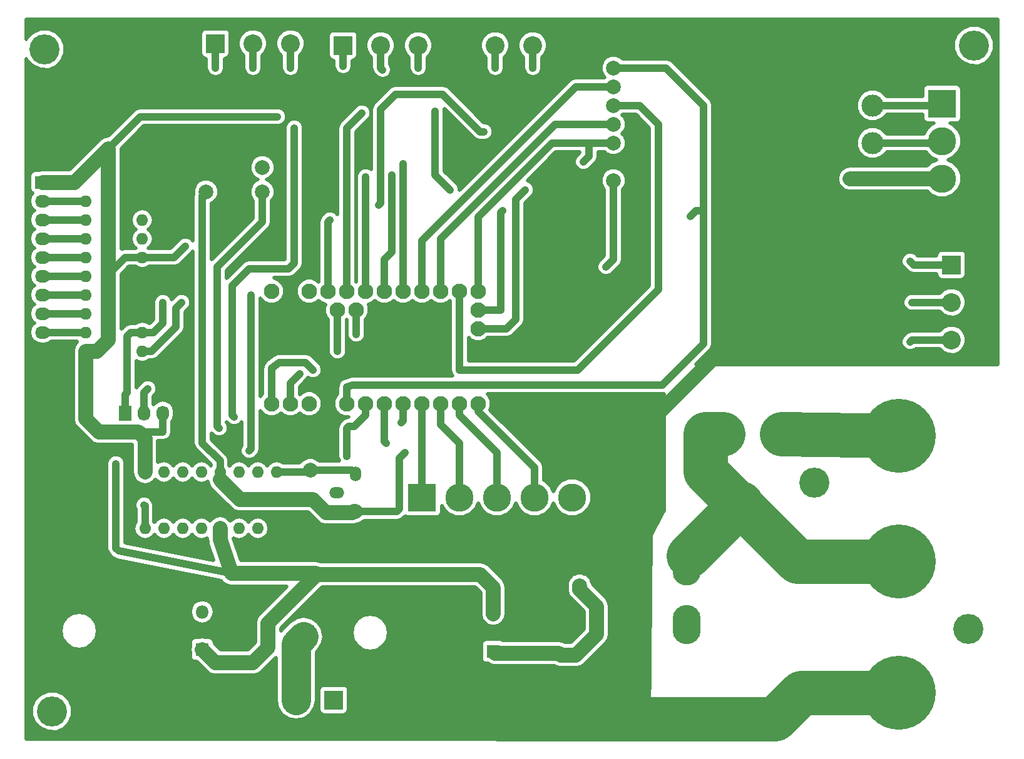
<source format=gbr>
G04 #@! TF.FileFunction,Copper,L2,Bot,Signal*
%FSLAX46Y46*%
G04 Gerber Fmt 4.6, Leading zero omitted, Abs format (unit mm)*
G04 Created by KiCad (PCBNEW 4.0.6) date Monday, 09 August 2021 'PMt' 14:39:49*
%MOMM*%
%LPD*%
G01*
G04 APERTURE LIST*
%ADD10C,0.100000*%
%ADD11C,1.300000*%
%ADD12R,1.300000X1.300000*%
%ADD13C,1.998980*%
%ADD14R,1.727200X2.032000*%
%ADD15O,1.727200X2.032000*%
%ADD16C,2.100000*%
%ADD17C,3.000000*%
%ADD18C,2.000000*%
%ADD19R,2.540000X2.540000*%
%ADD20C,2.540000*%
%ADD21C,3.810000*%
%ADD22R,3.810000X3.810000*%
%ADD23O,3.800000X5.500000*%
%ADD24O,3.800000X5.300000*%
%ADD25O,5.500000X3.800000*%
%ADD26O,5.300000X3.800000*%
%ADD27C,10.000000*%
%ADD28O,1.998980X1.501140*%
%ADD29O,1.501140X1.998980*%
%ADD30O,1.600000X1.600000*%
%ADD31R,1.800000X1.800000*%
%ADD32O,1.800000X1.800000*%
%ADD33R,2.032000X1.727200*%
%ADD34O,2.032000X1.727200*%
%ADD35C,4.064000*%
%ADD36C,1.000000*%
%ADD37C,0.600000*%
%ADD38C,2.000000*%
%ADD39C,6.000000*%
%ADD40C,4.000000*%
%ADD41C,1.000000*%
%ADD42C,0.500000*%
G04 APERTURE END LIST*
D10*
D11*
X76708000Y15692000D03*
D12*
X76708000Y12192000D03*
D13*
X86868000Y21590000D03*
X79248000Y21590000D03*
D14*
X17780000Y44958000D03*
D15*
X20320000Y44958000D03*
X22860000Y44958000D03*
X25400000Y44958000D03*
D16*
X47752000Y61468000D03*
X42672000Y61468000D03*
X42672000Y46228000D03*
X50292000Y46228000D03*
X52832000Y46228000D03*
X55372000Y46228000D03*
X37592000Y61468000D03*
X40132000Y61468000D03*
X45212000Y61468000D03*
X50292000Y61468000D03*
X52832000Y61468000D03*
X55372000Y61468000D03*
X57912000Y61468000D03*
X60452000Y61468000D03*
X62992000Y61468000D03*
X65532000Y61468000D03*
X37592000Y46228000D03*
X40132000Y46228000D03*
X47752000Y46228000D03*
X57912000Y46228000D03*
X60452000Y46228000D03*
X62992000Y46228000D03*
X65532000Y46228000D03*
X65532000Y58928000D03*
X65532000Y56388000D03*
X65532000Y53848000D03*
X46482000Y58928000D03*
X49022000Y58928000D03*
X45212000Y46228000D03*
D17*
X118872000Y86614000D03*
X118872000Y81534000D03*
D18*
X83820000Y76454000D03*
X83820000Y78994000D03*
X83820000Y81534000D03*
X83820000Y91694000D03*
X83820000Y89154000D03*
X83820000Y86614000D03*
X83820000Y84074000D03*
D19*
X129540000Y65024000D03*
D20*
X129540000Y59944000D03*
X129540000Y54864000D03*
D19*
X62738000Y94742000D03*
D20*
X67818000Y94742000D03*
X72898000Y94742000D03*
D19*
X47244000Y94742000D03*
D20*
X52324000Y94742000D03*
X57404000Y94742000D03*
D19*
X29972000Y94996000D03*
D20*
X35052000Y94996000D03*
X40132000Y94996000D03*
D21*
X128270000Y81788000D03*
X128270000Y76708000D03*
D22*
X128270000Y86868000D03*
D21*
X128270000Y71628000D03*
D13*
X42799000Y29591000D03*
X42799000Y37211000D03*
X36322000Y74930000D03*
X28702000Y74930000D03*
X28702000Y78232000D03*
X36322000Y78232000D03*
D23*
X93726000Y24320000D03*
D24*
X93726000Y16320000D03*
D25*
X106616000Y42164000D03*
D26*
X98616000Y42164000D03*
D21*
X62992000Y33528000D03*
X68072000Y33528000D03*
D22*
X57912000Y33528000D03*
D21*
X73152000Y33528000D03*
X78232000Y33528000D03*
X83312000Y33528000D03*
D27*
X122428000Y41910000D03*
X122428000Y24892000D03*
X122428000Y7112000D03*
D28*
X46355000Y34163000D03*
D29*
X48895000Y31623000D03*
X48895000Y36703000D03*
D30*
X38227000Y36957000D03*
X35687000Y36957000D03*
X33147000Y36957000D03*
X30607000Y36957000D03*
X28067000Y36957000D03*
X25527000Y36957000D03*
X22987000Y36957000D03*
X20447000Y36957000D03*
X20447000Y29337000D03*
X22987000Y29337000D03*
X25527000Y29337000D03*
X28067000Y29337000D03*
X30607000Y29337000D03*
X33147000Y29337000D03*
X35687000Y29337000D03*
X38227000Y29337000D03*
X20066000Y53340000D03*
X20066000Y55880000D03*
X20066000Y58420000D03*
X20066000Y60960000D03*
X20066000Y63500000D03*
X20066000Y66040000D03*
X20066000Y68580000D03*
X20066000Y71120000D03*
X20066000Y73660000D03*
X12446000Y73660000D03*
X12446000Y71120000D03*
X12446000Y68580000D03*
X12446000Y66040000D03*
X12446000Y63500000D03*
X12446000Y60960000D03*
X12446000Y58420000D03*
X12446000Y55880000D03*
X12446000Y53340000D03*
D31*
X67564000Y12700000D03*
D32*
X67564000Y15240000D03*
X67564000Y17780000D03*
D31*
X28194000Y12954000D03*
D32*
X28194000Y15494000D03*
X28194000Y18034000D03*
D19*
X45974000Y6096000D03*
D20*
X40894000Y6096000D03*
X35814000Y6096000D03*
D33*
X6604000Y76200000D03*
D34*
X6604000Y73660000D03*
X6604000Y71120000D03*
X6604000Y68580000D03*
X6604000Y66040000D03*
X6604000Y63500000D03*
X6604000Y60960000D03*
X6604000Y58420000D03*
X6604000Y55880000D03*
X6604000Y53340000D03*
D35*
X132588000Y94742000D03*
X131826000Y15748000D03*
X7874000Y4572000D03*
X110998000Y35560000D03*
X6858000Y94234000D03*
D36*
X44958000Y78486000D03*
X26416000Y58420000D03*
X39878000Y58420000D03*
X73660000Y53086000D03*
X73914000Y44958000D03*
X76454000Y91694000D03*
D37*
X62484000Y91440000D03*
D36*
X34798000Y60960000D03*
X34544000Y39878000D03*
X16510000Y38100000D03*
D37*
X67818000Y91694000D03*
X72898000Y91694000D03*
D36*
X50292000Y76962000D03*
X49784000Y85598000D03*
X61722000Y75184000D03*
X59690000Y85852000D03*
X71882000Y75184000D03*
X68834000Y72390000D03*
X123952000Y65532000D03*
X124206000Y59944000D03*
X123952000Y54610000D03*
X41910000Y14732000D03*
X115824000Y76708000D03*
D37*
X47244000Y91948000D03*
X57404000Y91694000D03*
X52578000Y91440000D03*
D36*
X32512000Y44450000D03*
X55118000Y43688000D03*
X40640000Y83566000D03*
D37*
X40132000Y91694000D03*
X35052000Y91694000D03*
X29972000Y91694000D03*
X68072000Y36576000D03*
X57912000Y36576000D03*
X73152000Y36576000D03*
X62992000Y36830000D03*
D36*
X53848000Y77216000D03*
X55372000Y78740000D03*
X79756000Y78994000D03*
X43180000Y50800000D03*
X41378002Y50268002D03*
X94234000Y71628000D03*
X55626000Y39624000D03*
X30480000Y42926000D03*
D37*
X47752000Y39116000D03*
D36*
X22860000Y59944000D03*
X49022000Y55626000D03*
X25400000Y59944000D03*
X46482000Y53340000D03*
X20828000Y48260000D03*
X25908000Y67564000D03*
X38354000Y85090000D03*
X82804000Y64770000D03*
X53086000Y40894000D03*
X45466000Y71120000D03*
X66294000Y83058000D03*
X52070000Y73152000D03*
X20320000Y32512000D03*
D38*
X6604000Y53340000D02*
X6604000Y30988000D01*
X22098000Y15494000D02*
X25146000Y15494000D01*
X6604000Y30988000D02*
X22098000Y15494000D01*
X28194000Y15494000D02*
X25146000Y15494000D01*
X25146000Y6096000D02*
X35814000Y6096000D01*
X25146000Y15494000D02*
X25146000Y6096000D01*
X68326000Y3556000D02*
X62230000Y3556000D01*
X62230000Y3556000D02*
X60452000Y1778000D01*
X60452000Y1778000D02*
X37592000Y1778000D01*
X37592000Y1778000D02*
X35814000Y3556000D01*
X35814000Y3556000D02*
X35814000Y6096000D01*
D39*
X86360000Y3556000D02*
X68326000Y3556000D01*
D38*
X86868000Y21590000D02*
X84328000Y21590000D01*
X75438000Y16962000D02*
X76708000Y15692000D01*
X75438000Y23622000D02*
X75438000Y16962000D01*
X76454000Y24638000D02*
X75438000Y23622000D01*
X81280000Y24638000D02*
X76454000Y24638000D01*
X84328000Y21590000D02*
X81280000Y24638000D01*
D40*
X86868000Y21590000D02*
X86868000Y29972000D01*
X86868000Y29972000D02*
X83312000Y33528000D01*
X86868000Y21590000D02*
X86868000Y4064000D01*
X86868000Y4064000D02*
X86360000Y3556000D01*
D39*
X109220000Y7112000D02*
X122428000Y7112000D01*
X105664000Y3556000D02*
X86360000Y3556000D01*
X109220000Y7112000D02*
X105664000Y3556000D01*
D41*
X92964000Y94488000D02*
X92964000Y93472000D01*
X92964000Y93472000D02*
X100076000Y86360000D01*
X100076000Y86360000D02*
X100076000Y55118000D01*
D38*
X100076000Y55118000D02*
X83312000Y38354000D01*
D41*
X83312000Y38354000D02*
X83312000Y33528000D01*
X92964000Y94488000D02*
X127762000Y94488000D01*
X132080000Y75438000D02*
X128270000Y71628000D01*
X132080000Y90170000D02*
X132080000Y75438000D01*
X127762000Y94488000D02*
X132080000Y90170000D01*
D40*
X122428000Y7112000D02*
X120904000Y7112000D01*
D41*
X44958000Y78486000D02*
X44958000Y76454000D01*
X40132000Y62648676D02*
X40132000Y61468000D01*
X42926000Y65442676D02*
X40132000Y62648676D01*
X42926000Y74422000D02*
X42926000Y65442676D01*
X44958000Y76454000D02*
X42926000Y74422000D01*
X25400000Y44958000D02*
X25400000Y50800000D01*
X26416000Y51816000D02*
X26416000Y58420000D01*
X25400000Y50800000D02*
X26416000Y51816000D01*
X79248000Y94488000D02*
X76454000Y91694000D01*
X92964000Y94488000D02*
X79248000Y94488000D01*
X83820000Y78994000D02*
X85852000Y78994000D01*
X76454000Y53848000D02*
X72898000Y53848000D01*
X86614000Y64008000D02*
X76454000Y53848000D01*
X86614000Y78232000D02*
X86614000Y64008000D01*
X85852000Y78994000D02*
X86614000Y78232000D01*
X45212000Y46228000D02*
X45212000Y52324000D01*
X40132000Y54864000D02*
X40132000Y58674000D01*
X41656000Y53340000D02*
X40132000Y54864000D01*
X44196000Y53340000D02*
X41656000Y53340000D01*
X45212000Y52324000D02*
X44196000Y53340000D01*
X39878000Y58420000D02*
X40132000Y58674000D01*
X40132000Y58674000D02*
X40132000Y61468000D01*
X65532000Y53848000D02*
X72898000Y53848000D01*
X72898000Y53848000D02*
X73660000Y53086000D01*
X83312000Y33528000D02*
X83312000Y35560000D01*
X83312000Y35560000D02*
X73914000Y44958000D01*
X42799000Y29591000D02*
X43307000Y29591000D01*
X43307000Y29591000D02*
X43688000Y29210000D01*
X43688000Y29210000D02*
X80772000Y29210000D01*
X80772000Y29210000D02*
X83312000Y31750000D01*
X83312000Y31750000D02*
X83312000Y33528000D01*
X20066000Y73660000D02*
X21082000Y73660000D01*
X25654000Y78232000D02*
X28702000Y78232000D01*
X21082000Y73660000D02*
X25654000Y78232000D01*
X20066000Y60960000D02*
X20066000Y63500000D01*
X20066000Y58420000D02*
X20066000Y60960000D01*
X62738000Y91694000D02*
X62738000Y90678000D01*
X62738000Y90678000D02*
X64516000Y88900000D01*
X64516000Y88900000D02*
X73660000Y88900000D01*
X73660000Y88900000D02*
X76454000Y91694000D01*
D38*
X83058000Y33274000D02*
X83312000Y33528000D01*
D41*
X67564000Y15240000D02*
X75748000Y15240000D01*
X75748000Y15240000D02*
X76454000Y15946000D01*
X38227000Y29337000D02*
X42545000Y29337000D01*
X42545000Y29337000D02*
X42799000Y29591000D01*
X62484000Y91440000D02*
X62738000Y91694000D01*
X62738000Y91694000D02*
X62738000Y94742000D01*
D38*
X79248000Y21590000D02*
X79248000Y21082000D01*
X79248000Y21082000D02*
X81534000Y18796000D01*
X78740000Y12192000D02*
X76708000Y12192000D01*
X81534000Y14986000D02*
X78740000Y12192000D01*
X81534000Y18796000D02*
X81534000Y14986000D01*
X76454000Y12446000D02*
X67818000Y12446000D01*
D41*
X67818000Y12446000D02*
X67564000Y12700000D01*
D38*
X32131000Y23241000D02*
X43561000Y23241000D01*
X43561000Y23241000D02*
X43688000Y23114000D01*
X67564000Y17780000D02*
X67564000Y21336000D01*
X67564000Y21336000D02*
X65786000Y23114000D01*
X65786000Y23114000D02*
X43688000Y23114000D01*
X29972000Y11176000D02*
X28194000Y12954000D01*
X43688000Y23114000D02*
X37084000Y16510000D01*
X37084000Y16510000D02*
X37084000Y13208000D01*
X37084000Y13208000D02*
X35052000Y11176000D01*
X35052000Y11176000D02*
X29972000Y11176000D01*
D41*
X30607000Y27813000D02*
X30607000Y29337000D01*
X32131000Y23241000D02*
X16891000Y26289000D01*
X34798000Y40132000D02*
X34798000Y60960000D01*
X34544000Y39878000D02*
X34798000Y40132000D01*
X16510000Y26670000D02*
X16510000Y38100000D01*
X16891000Y26289000D02*
X16510000Y26670000D01*
D38*
X30607000Y27813000D02*
X30607000Y29337000D01*
X32131000Y23241000D02*
X30607000Y27813000D01*
D41*
X28448000Y12700000D02*
X28194000Y12954000D01*
X67818000Y94742000D02*
X67818000Y91694000D01*
X72898000Y91694000D02*
X72898000Y94742000D01*
X50292000Y61468000D02*
X50292000Y76962000D01*
X47752000Y83566000D02*
X47752000Y61468000D01*
X49784000Y85598000D02*
X47752000Y83566000D01*
X70612000Y57658000D02*
X70612000Y73914000D01*
X61722000Y75184000D02*
X59690000Y77216000D01*
X59690000Y77216000D02*
X59690000Y85852000D01*
X70612000Y73914000D02*
X71882000Y75184000D01*
X65532000Y56388000D02*
X69342000Y56388000D01*
X69342000Y56388000D02*
X70612000Y57658000D01*
X68580000Y58928000D02*
X68580000Y72136000D01*
X65532000Y58928000D02*
X68580000Y58928000D01*
X68580000Y72136000D02*
X68834000Y72390000D01*
X42799000Y37211000D02*
X48387000Y37211000D01*
X48387000Y37211000D02*
X48895000Y36703000D01*
X38227000Y36957000D02*
X42545000Y36957000D01*
X42545000Y36957000D02*
X42799000Y37211000D01*
D39*
X122428000Y24892000D02*
X108712000Y24892000D01*
X108712000Y24892000D02*
X100838000Y32766000D01*
X98616000Y42164000D02*
X96266000Y42164000D01*
X96266000Y42164000D02*
X96266000Y37084000D01*
X96266000Y37084000D02*
X100584000Y32766000D01*
X100584000Y32766000D02*
X100838000Y32766000D01*
X100838000Y32766000D02*
X101092000Y32766000D01*
X93980000Y25654000D02*
X101092000Y32766000D01*
D40*
X120396000Y24892000D02*
X122428000Y24892000D01*
D39*
X93980000Y25590000D02*
X93980000Y25654000D01*
D41*
X124460000Y65024000D02*
X129540000Y65024000D01*
X123952000Y65532000D02*
X124460000Y65024000D01*
X129540000Y59944000D02*
X124206000Y59944000D01*
X124206000Y54864000D02*
X129540000Y54864000D01*
X123952000Y54610000D02*
X124206000Y54864000D01*
D40*
X40894000Y6096000D02*
X40894000Y13716000D01*
X40894000Y13716000D02*
X41910000Y14732000D01*
D41*
X115824000Y76708000D02*
X116840000Y76708000D01*
D38*
X115824000Y76708000D02*
X116840000Y76708000D01*
X116840000Y76708000D02*
X128270000Y76708000D01*
D41*
X47244000Y94742000D02*
X47244000Y91948000D01*
X57404000Y94742000D02*
X57404000Y91694000D01*
X52324000Y91694000D02*
X52324000Y94742000D01*
X52578000Y91440000D02*
X52324000Y91694000D01*
X32258000Y44704000D02*
X32258000Y62230000D01*
X32512000Y44450000D02*
X32258000Y44704000D01*
X55372000Y46228000D02*
X55372000Y43942000D01*
X55372000Y43942000D02*
X55118000Y43688000D01*
X40640000Y65278000D02*
X40640000Y83566000D01*
X39878000Y64516000D02*
X40640000Y65278000D01*
X34544000Y64516000D02*
X39878000Y64516000D01*
X32258000Y62230000D02*
X34544000Y64516000D01*
X40132000Y94996000D02*
X40132000Y91694000D01*
X35052000Y91694000D02*
X35052000Y94996000D01*
X29972000Y94996000D02*
X29972000Y91694000D01*
X68072000Y36576000D02*
X68072000Y39624000D01*
X62992000Y44704000D02*
X62992000Y46228000D01*
X68072000Y39624000D02*
X62992000Y44704000D01*
X68072000Y36576000D02*
X68072000Y33528000D01*
X57912000Y36576000D02*
X57912000Y46228000D01*
X57912000Y36576000D02*
X57912000Y33528000D01*
X73152000Y36576000D02*
X73152000Y37592000D01*
X73152000Y37592000D02*
X65532000Y45212000D01*
X65532000Y45212000D02*
X65532000Y46228000D01*
X73152000Y36576000D02*
X73152000Y33528000D01*
X62992000Y36830000D02*
X62992000Y40894000D01*
X60452000Y43434000D02*
X60452000Y46228000D01*
X62992000Y40894000D02*
X60452000Y43434000D01*
X62992000Y36830000D02*
X62992000Y33528000D01*
X118872000Y86614000D02*
X128016000Y86614000D01*
X128016000Y86614000D02*
X128270000Y86868000D01*
X118872000Y81534000D02*
X128016000Y81534000D01*
X128016000Y81534000D02*
X128270000Y81788000D01*
X53848000Y77216000D02*
X53848000Y66802000D01*
X53848000Y66802000D02*
X52832000Y65786000D01*
X52832000Y61468000D02*
X52832000Y65786000D01*
X55372000Y78740000D02*
X55372000Y61468000D01*
X83820000Y89154000D02*
X78740000Y89154000D01*
X57912000Y68326000D02*
X57912000Y61468000D01*
X78740000Y89154000D02*
X57912000Y68326000D01*
X60452000Y61468000D02*
X60452000Y68580000D01*
X75946000Y84074000D02*
X83820000Y84074000D01*
X60452000Y68580000D02*
X75946000Y84074000D01*
X62992000Y61468000D02*
X62992000Y50776002D01*
X87376000Y86614000D02*
X83820000Y86614000D01*
X89916000Y84074000D02*
X87376000Y86614000D01*
X89916000Y61722000D02*
X89916000Y84074000D01*
X78994000Y50800000D02*
X89916000Y61722000D01*
X63015998Y50800000D02*
X78994000Y50800000D01*
X62992000Y50776002D02*
X63015998Y50800000D01*
X80518000Y79756000D02*
X80518000Y81534000D01*
X79756000Y78994000D02*
X80518000Y79756000D01*
X65532000Y61468000D02*
X65532000Y71538676D01*
X75527324Y81534000D02*
X80518000Y81534000D01*
X80518000Y81534000D02*
X83820000Y81534000D01*
X65532000Y71538676D02*
X75527324Y81534000D01*
X38608000Y51816000D02*
X42164000Y51816000D01*
X37592000Y51054000D02*
X38608000Y51816000D01*
X37592000Y46228000D02*
X37592000Y51054000D01*
X42164000Y51816000D02*
X43180000Y50800000D01*
X40132000Y49022000D02*
X41378002Y50268002D01*
X40132000Y49022000D02*
X40132000Y46228000D01*
X94996000Y72390000D02*
X96012000Y72390000D01*
X94234000Y71628000D02*
X94996000Y72390000D01*
X48514000Y48768000D02*
X90424000Y48768000D01*
X90932000Y91694000D02*
X83820000Y91694000D01*
X96012000Y86614000D02*
X90932000Y91694000D01*
X96012000Y54356000D02*
X96012000Y72390000D01*
X96012000Y72390000D02*
X96012000Y86614000D01*
X90424000Y48768000D02*
X96012000Y54356000D01*
X47752000Y46228000D02*
X47752000Y48514000D01*
X47752000Y48514000D02*
X48514000Y48768000D01*
D39*
X122428000Y41910000D02*
X106616000Y42164000D01*
D41*
X30607000Y36957000D02*
X30607000Y38481000D01*
X28194000Y40894000D02*
X28194000Y74422000D01*
X30607000Y38481000D02*
X28194000Y40894000D01*
X28194000Y74422000D02*
X28702000Y74930000D01*
X30607000Y36957000D02*
X30607000Y35941000D01*
D38*
X44958000Y31496000D02*
X43180000Y33274000D01*
X44958000Y31496000D02*
X48514000Y31496000D01*
X33274000Y33274000D02*
X43180000Y33274000D01*
X30607000Y35941000D02*
X33274000Y33274000D01*
D41*
X54483000Y31623000D02*
X48895000Y31623000D01*
X54864000Y32004000D02*
X54483000Y31623000D01*
X54864000Y38862000D02*
X54864000Y32004000D01*
X55626000Y39624000D02*
X54864000Y38862000D01*
D38*
X48895000Y31623000D02*
X48641000Y31623000D01*
X48641000Y31623000D02*
X48514000Y31496000D01*
D41*
X36322000Y70866000D02*
X36322000Y74930000D01*
X30226000Y64770000D02*
X36322000Y70866000D01*
X30226000Y43180000D02*
X30226000Y64770000D01*
X30480000Y42926000D02*
X30226000Y43180000D01*
X47752000Y39116000D02*
X47752000Y42926000D01*
X47752000Y42926000D02*
X48006000Y43180000D01*
X48006000Y43180000D02*
X48768000Y43180000D01*
X48768000Y43180000D02*
X50292000Y44704000D01*
X50292000Y44704000D02*
X50292000Y46228000D01*
X21590000Y55880000D02*
X20066000Y55880000D01*
X22860000Y57150000D02*
X21590000Y55880000D01*
X22860000Y59944000D02*
X22860000Y57150000D01*
X49022000Y55626000D02*
X49022000Y58928000D01*
X17780000Y44958000D02*
X17780000Y47498000D01*
X18034000Y47752000D02*
X18034000Y55372000D01*
X17780000Y47498000D02*
X18034000Y47752000D01*
X18542000Y55880000D02*
X20066000Y55880000D01*
X18034000Y55372000D02*
X18542000Y55880000D01*
X25400000Y59944000D02*
X24638000Y59182000D01*
X21336000Y53340000D02*
X20066000Y53340000D01*
X24638000Y56642000D02*
X21336000Y53340000D01*
X24638000Y59182000D02*
X24638000Y56642000D01*
X46482000Y53340000D02*
X46482000Y58928000D01*
X20320000Y47752000D02*
X20320000Y44958000D01*
X20828000Y48260000D02*
X20320000Y47752000D01*
D38*
X6604000Y76200000D02*
X10922000Y76200000D01*
X10922000Y76200000D02*
X15494000Y80772000D01*
D41*
X24384000Y66040000D02*
X20066000Y66040000D01*
X25908000Y67564000D02*
X24384000Y66040000D01*
D38*
X15494000Y63754000D02*
X15494000Y80772000D01*
D41*
X19812000Y85090000D02*
X38354000Y85090000D01*
X15494000Y80772000D02*
X19812000Y85090000D01*
X83820000Y76454000D02*
X83820000Y65786000D01*
X83820000Y65786000D02*
X82804000Y64770000D01*
D38*
X20447000Y36957000D02*
X20447000Y41529000D01*
X20447000Y41529000D02*
X19558000Y42418000D01*
X12446000Y53340000D02*
X13970000Y53340000D01*
D41*
X17780000Y66040000D02*
X20066000Y66040000D01*
X15494000Y63754000D02*
X17780000Y66040000D01*
D38*
X15494000Y54864000D02*
X15494000Y63754000D01*
X13970000Y53340000D02*
X15494000Y54864000D01*
D41*
X22860000Y42418000D02*
X19558000Y42418000D01*
D38*
X19558000Y42418000D02*
X14224000Y42418000D01*
X12446000Y44196000D02*
X12446000Y53340000D01*
X14224000Y42418000D02*
X12446000Y44196000D01*
D41*
X22860000Y42418000D02*
X22860000Y44958000D01*
X52832000Y41148000D02*
X52832000Y46228000D01*
X53086000Y40894000D02*
X52832000Y41148000D01*
X45212000Y61468000D02*
X45212000Y70866000D01*
X45212000Y70866000D02*
X45466000Y71120000D01*
X20447000Y29337000D02*
X20447000Y32385000D01*
X65786000Y83058000D02*
X66294000Y83058000D01*
X60706000Y88138000D02*
X65786000Y83058000D01*
X54356000Y88138000D02*
X60706000Y88138000D01*
X52324000Y86106000D02*
X54356000Y88138000D01*
X52324000Y73406000D02*
X52324000Y86106000D01*
X52070000Y73152000D02*
X52324000Y73406000D01*
X20447000Y32385000D02*
X20320000Y32512000D01*
X12446000Y73660000D02*
X6604000Y73660000D01*
X12446000Y71120000D02*
X6604000Y71120000D01*
X12446000Y68580000D02*
X6604000Y68580000D01*
X12446000Y66040000D02*
X6604000Y66040000D01*
X12446000Y63500000D02*
X6604000Y63500000D01*
X12446000Y60960000D02*
X6604000Y60960000D01*
X12446000Y58420000D02*
X6604000Y58420000D01*
X12446000Y55880000D02*
X6604000Y55880000D01*
D42*
G36*
X135827000Y51558000D02*
X94981767Y51558000D01*
X96895883Y53472116D01*
X97166849Y53877646D01*
X97177891Y53933159D01*
X97262000Y54356000D01*
X97262000Y54362450D01*
X122701783Y54362450D01*
X122891684Y53902857D01*
X123243007Y53550919D01*
X123702269Y53360217D01*
X124199550Y53359783D01*
X124659143Y53549684D01*
X124723572Y53614000D01*
X127933599Y53614000D01*
X128394268Y53152526D01*
X129136434Y52844352D01*
X129940040Y52843650D01*
X130682743Y53150529D01*
X131251474Y53718268D01*
X131559648Y54460434D01*
X131560350Y55264040D01*
X131253471Y56006743D01*
X130685732Y56575474D01*
X129943566Y56883648D01*
X129139960Y56884350D01*
X128397257Y56577471D01*
X127932976Y56114000D01*
X124206000Y56114000D01*
X123775597Y56028387D01*
X123727646Y56018849D01*
X123322116Y55747883D01*
X123069172Y55494938D01*
X122892919Y55318993D01*
X122702217Y54859731D01*
X122701783Y54362450D01*
X97262000Y54362450D01*
X97262000Y59696450D01*
X122955783Y59696450D01*
X123145684Y59236857D01*
X123497007Y58884919D01*
X123956269Y58694217D01*
X124453550Y58693783D01*
X124454075Y58694000D01*
X127933599Y58694000D01*
X128394268Y58232526D01*
X129136434Y57924352D01*
X129940040Y57923650D01*
X130682743Y58230529D01*
X131251474Y58798268D01*
X131559648Y59540434D01*
X131560350Y60344040D01*
X131253471Y61086743D01*
X130685732Y61655474D01*
X129943566Y61963648D01*
X129139960Y61964350D01*
X128397257Y61657471D01*
X127932976Y61194000D01*
X124207090Y61194000D01*
X123958450Y61194217D01*
X123498857Y61004316D01*
X123146919Y60652993D01*
X122956217Y60193731D01*
X122955783Y59696450D01*
X97262000Y59696450D01*
X97262000Y65284450D01*
X122701783Y65284450D01*
X122891684Y64824857D01*
X123243007Y64472919D01*
X123243533Y64472701D01*
X123576116Y64140117D01*
X123981645Y63869151D01*
X124061010Y63853365D01*
X124460000Y63774000D01*
X127505307Y63774000D01*
X127505307Y63754000D01*
X127557604Y63476067D01*
X127721862Y63220802D01*
X127972492Y63049554D01*
X128270000Y62989307D01*
X130810000Y62989307D01*
X131087933Y63041604D01*
X131343198Y63205862D01*
X131514446Y63456492D01*
X131574693Y63754000D01*
X131574693Y66294000D01*
X131522396Y66571933D01*
X131358138Y66827198D01*
X131107508Y66998446D01*
X130810000Y67058693D01*
X128270000Y67058693D01*
X127992067Y67006396D01*
X127736802Y66842138D01*
X127565554Y66591508D01*
X127505307Y66294000D01*
X127505307Y66274000D01*
X124977766Y66274000D01*
X124836939Y66414827D01*
X124660993Y66591081D01*
X124201731Y66781783D01*
X123704450Y66782217D01*
X123244857Y66592316D01*
X122892919Y66240993D01*
X122702217Y65781731D01*
X122701783Y65284450D01*
X97262000Y65284450D01*
X97262000Y76708000D01*
X114074000Y76708000D01*
X114207211Y76038304D01*
X114586563Y75470563D01*
X115154304Y75091211D01*
X115824000Y74958000D01*
X126265483Y74958000D01*
X126764099Y74458513D01*
X127739571Y74053461D01*
X128795795Y74052540D01*
X129771972Y74455888D01*
X130519487Y75202099D01*
X130924539Y76177571D01*
X130925460Y77233795D01*
X130522112Y78209972D01*
X129775901Y78957487D01*
X129075751Y79248215D01*
X129771972Y79535888D01*
X130519487Y80282099D01*
X130924539Y81257571D01*
X130925460Y82313795D01*
X130522112Y83289972D01*
X129775901Y84037487D01*
X129388604Y84198307D01*
X130175000Y84198307D01*
X130452933Y84250604D01*
X130708198Y84414862D01*
X130879446Y84665492D01*
X130939693Y84963000D01*
X130939693Y88773000D01*
X130887396Y89050933D01*
X130723138Y89306198D01*
X130472508Y89477446D01*
X130175000Y89537693D01*
X126365000Y89537693D01*
X126087067Y89485396D01*
X125831802Y89321138D01*
X125660554Y89070508D01*
X125600307Y88773000D01*
X125600307Y87864000D01*
X120790014Y87864000D01*
X120780569Y87886858D01*
X120148187Y88520345D01*
X119321516Y88863608D01*
X118426411Y88864390D01*
X117599142Y88522569D01*
X116965655Y87890187D01*
X116622392Y87063516D01*
X116621610Y86168411D01*
X116963431Y85341142D01*
X117595813Y84707655D01*
X118422484Y84364392D01*
X119317589Y84363610D01*
X120144858Y84705431D01*
X120778345Y85337813D01*
X120789219Y85364000D01*
X125600307Y85364000D01*
X125600307Y84963000D01*
X125652604Y84685067D01*
X125816862Y84429802D01*
X126067492Y84258554D01*
X126365000Y84198307D01*
X127150889Y84198307D01*
X126768028Y84040112D01*
X126020513Y83293901D01*
X125808783Y82784000D01*
X120790014Y82784000D01*
X120780569Y82806858D01*
X120148187Y83440345D01*
X119321516Y83783608D01*
X118426411Y83784390D01*
X117599142Y83442569D01*
X116965655Y82810187D01*
X116622392Y81983516D01*
X116621610Y81088411D01*
X116963431Y80261142D01*
X117595813Y79627655D01*
X118422484Y79284392D01*
X119317589Y79283610D01*
X120144858Y79625431D01*
X120778345Y80257813D01*
X120789219Y80284000D01*
X126019912Y80284000D01*
X126764099Y79538513D01*
X127464249Y79247785D01*
X126768028Y78960112D01*
X126265039Y78458000D01*
X115824000Y78458000D01*
X115154304Y78324789D01*
X114586563Y77945437D01*
X114207211Y77377696D01*
X114074000Y76708000D01*
X97262000Y76708000D01*
X97262000Y86614000D01*
X97166849Y87092354D01*
X97160259Y87102217D01*
X96895884Y87497883D01*
X91815883Y92577883D01*
X91410354Y92848849D01*
X90932000Y92944000D01*
X85044897Y92944000D01*
X84812590Y93176713D01*
X84169624Y93443696D01*
X83473431Y93444304D01*
X82829999Y93178443D01*
X82337287Y92686590D01*
X82070304Y92043624D01*
X82069696Y91347431D01*
X82335557Y90703999D01*
X82615125Y90423943D01*
X82595147Y90404000D01*
X78740000Y90404000D01*
X78261646Y90308849D01*
X77856116Y90037883D01*
X62971975Y75153741D01*
X62972217Y75431550D01*
X62782316Y75891143D01*
X62430993Y76243081D01*
X62430468Y76243299D01*
X60940000Y77733766D01*
X60940000Y85850909D01*
X60940217Y86099550D01*
X60914539Y86161695D01*
X64902117Y82174116D01*
X65307646Y81903151D01*
X65786000Y81808000D01*
X66292909Y81808000D01*
X66541550Y81807783D01*
X67001143Y81997684D01*
X67353081Y82349007D01*
X67543783Y82808269D01*
X67544217Y83305550D01*
X67354316Y83765143D01*
X67002993Y84117081D01*
X66543731Y84307783D01*
X66303775Y84307992D01*
X61589883Y89021883D01*
X61184354Y89292849D01*
X61117244Y89306198D01*
X60706000Y89388000D01*
X54356000Y89388000D01*
X53944756Y89306198D01*
X53877646Y89292849D01*
X53472117Y89021884D01*
X51440117Y86989883D01*
X51169151Y86584354D01*
X51074000Y86106000D01*
X51074000Y77947946D01*
X51000993Y78021081D01*
X50541731Y78211783D01*
X50044450Y78212217D01*
X49584857Y78022316D01*
X49232919Y77670993D01*
X49042217Y77211731D01*
X49041783Y76714450D01*
X49042000Y76713925D01*
X49042000Y62763545D01*
X49022005Y62743585D01*
X49002000Y62763625D01*
X49002000Y83048234D01*
X50667398Y84713631D01*
X50843081Y84889007D01*
X51033783Y85348269D01*
X51034217Y85845550D01*
X50844316Y86305143D01*
X50492993Y86657081D01*
X50033731Y86847783D01*
X49536450Y86848217D01*
X49076857Y86658316D01*
X48724919Y86306993D01*
X48724701Y86306468D01*
X46868117Y84449883D01*
X46597151Y84044354D01*
X46502000Y83566000D01*
X46502000Y71851502D01*
X46174993Y72179081D01*
X45715731Y72369783D01*
X45218450Y72370217D01*
X44758857Y72180316D01*
X44406919Y71828993D01*
X44406701Y71828467D01*
X44328117Y71749883D01*
X44057151Y71344354D01*
X43962000Y70866000D01*
X43962000Y62763545D01*
X43942005Y62743585D01*
X43692949Y62993076D01*
X43031613Y63267687D01*
X42315529Y63268312D01*
X41653714Y62994855D01*
X41146924Y62488949D01*
X40872313Y61827613D01*
X40871688Y61111529D01*
X41145145Y60449714D01*
X41651051Y59942924D01*
X42312387Y59668313D01*
X43028471Y59667688D01*
X43690286Y59941145D01*
X43941995Y60192415D01*
X44191051Y59942924D01*
X44842157Y59672561D01*
X44682313Y59287613D01*
X44681688Y58571529D01*
X44955145Y57909714D01*
X45232000Y57632375D01*
X45232000Y53341090D01*
X45231783Y53092450D01*
X45421684Y52632857D01*
X45773007Y52280919D01*
X46232269Y52090217D01*
X46729550Y52089783D01*
X47189143Y52279684D01*
X47541081Y52631007D01*
X47731783Y53090269D01*
X47732217Y53587550D01*
X47732000Y53588075D01*
X47732000Y57632455D01*
X47751995Y57652415D01*
X47772000Y57632375D01*
X47772000Y55627090D01*
X47771783Y55378450D01*
X47961684Y54918857D01*
X48313007Y54566919D01*
X48772269Y54376217D01*
X49269550Y54375783D01*
X49729143Y54565684D01*
X50081081Y54917007D01*
X50271783Y55376269D01*
X50272217Y55873550D01*
X50272000Y55874075D01*
X50272000Y57632455D01*
X50547076Y57907051D01*
X50821687Y58568387D01*
X50822312Y59284471D01*
X50661709Y59673158D01*
X51310286Y59941145D01*
X51561995Y60192415D01*
X51811051Y59942924D01*
X52472387Y59668313D01*
X53188471Y59667688D01*
X53850286Y59941145D01*
X54101995Y60192415D01*
X54351051Y59942924D01*
X55012387Y59668313D01*
X55728471Y59667688D01*
X56390286Y59941145D01*
X56641995Y60192415D01*
X56891051Y59942924D01*
X57552387Y59668313D01*
X58268471Y59667688D01*
X58930286Y59941145D01*
X59181995Y60192415D01*
X59431051Y59942924D01*
X60092387Y59668313D01*
X60808471Y59667688D01*
X61470286Y59941145D01*
X61721995Y60192415D01*
X61742000Y60172375D01*
X61742000Y50776002D01*
X61837151Y50297648D01*
X62024006Y50018000D01*
X48514000Y50018000D01*
X48317495Y49978913D01*
X48118716Y49953854D01*
X47356715Y49699854D01*
X47317695Y49677611D01*
X47273646Y49668849D01*
X47107061Y49557541D01*
X46932998Y49458317D01*
X46905461Y49422835D01*
X46868117Y49397883D01*
X46756806Y49231295D01*
X46633967Y49073017D01*
X46622104Y49029699D01*
X46597151Y48992354D01*
X46558063Y48795846D01*
X46505145Y48602611D01*
X46510762Y48558051D01*
X46502000Y48514000D01*
X46502000Y47523545D01*
X46226924Y47248949D01*
X45952313Y46587613D01*
X45951688Y45871529D01*
X46225145Y45209714D01*
X46731051Y44702924D01*
X47392387Y44428313D01*
X47994875Y44427787D01*
X47527646Y44334849D01*
X47122116Y44063883D01*
X46868118Y43809884D01*
X46868117Y43809883D01*
X46597151Y43404354D01*
X46502000Y42926000D01*
X46502000Y39116000D01*
X46597151Y38637646D01*
X46715182Y38461000D01*
X44023177Y38461000D01*
X43791301Y38693281D01*
X43148522Y38960186D01*
X42452532Y38960793D01*
X41809288Y38695011D01*
X41320424Y38207000D01*
X39138008Y38207000D01*
X38820159Y38419379D01*
X38227000Y38537366D01*
X37633841Y38419379D01*
X37130984Y38083382D01*
X36957000Y37822996D01*
X36783016Y38083382D01*
X36280159Y38419379D01*
X35687000Y38537366D01*
X35093841Y38419379D01*
X34590984Y38083382D01*
X34417000Y37822996D01*
X34243016Y38083382D01*
X33740159Y38419379D01*
X33147000Y38537366D01*
X32553841Y38419379D01*
X32050984Y38083382D01*
X31877000Y37822996D01*
X31857000Y37852928D01*
X31857000Y38481000D01*
X31761849Y38959354D01*
X31738621Y38994117D01*
X31490883Y39364884D01*
X29444000Y41411766D01*
X29444000Y42194234D01*
X29595630Y42042603D01*
X29771007Y41866919D01*
X30230269Y41676217D01*
X30727550Y41675783D01*
X31187143Y41865684D01*
X31539081Y42217007D01*
X31729783Y42676269D01*
X31730217Y43173550D01*
X31540316Y43633143D01*
X31476000Y43697572D01*
X31476000Y43718234D01*
X31627630Y43566603D01*
X31803007Y43390919D01*
X32262269Y43200217D01*
X32759550Y43199783D01*
X33219143Y43389684D01*
X33548000Y43717966D01*
X33548000Y40649964D01*
X33484919Y40586993D01*
X33294217Y40127731D01*
X33293783Y39630450D01*
X33483684Y39170857D01*
X33835007Y38818919D01*
X34294269Y38628217D01*
X34791550Y38627783D01*
X35251143Y38817684D01*
X35603081Y39169007D01*
X35603299Y39169533D01*
X35681883Y39248116D01*
X35952849Y39653646D01*
X36048000Y40132000D01*
X36048000Y45251208D01*
X36065145Y45209714D01*
X36571051Y44702924D01*
X37232387Y44428313D01*
X37948471Y44427688D01*
X38610286Y44701145D01*
X38861995Y44952415D01*
X39111051Y44702924D01*
X39772387Y44428313D01*
X40488471Y44427688D01*
X41150286Y44701145D01*
X41401995Y44952415D01*
X41651051Y44702924D01*
X42312387Y44428313D01*
X43028471Y44427688D01*
X43690286Y44701145D01*
X44197076Y45207051D01*
X44471687Y45868387D01*
X44472312Y46584471D01*
X44198855Y47246286D01*
X43692949Y47753076D01*
X43031613Y48027687D01*
X42315529Y48028312D01*
X41653714Y47754855D01*
X41402005Y47503585D01*
X41382000Y47523625D01*
X41382000Y48504234D01*
X42261400Y49383633D01*
X42437083Y49559009D01*
X42506499Y49726181D01*
X42930269Y49550217D01*
X43427550Y49549783D01*
X43887143Y49739684D01*
X44239081Y50091007D01*
X44429783Y50550269D01*
X44430217Y51047550D01*
X44240316Y51507143D01*
X43888993Y51859081D01*
X43888466Y51859300D01*
X43047883Y52699883D01*
X42642354Y52970849D01*
X42164000Y53066000D01*
X38608000Y53066000D01*
X38454275Y53035422D01*
X38297774Y53026892D01*
X38217241Y52988273D01*
X38129646Y52970849D01*
X37999328Y52883774D01*
X37858000Y52816000D01*
X36842000Y52054000D01*
X36782376Y51987501D01*
X36708117Y51937883D01*
X36621042Y51807566D01*
X36516407Y51690867D01*
X36486770Y51606614D01*
X36437151Y51532354D01*
X36406573Y51378629D01*
X36354564Y51230777D01*
X36359425Y51141599D01*
X36342000Y51054000D01*
X36342000Y47523545D01*
X36066924Y47248949D01*
X36048000Y47203375D01*
X36048000Y60491208D01*
X36065145Y60449714D01*
X36571051Y59942924D01*
X37232387Y59668313D01*
X37948471Y59667688D01*
X38610286Y59941145D01*
X39117076Y60447051D01*
X39391687Y61108387D01*
X39392312Y61824471D01*
X39118855Y62486286D01*
X38612949Y62993076D01*
X37955676Y63266000D01*
X39878000Y63266000D01*
X40356354Y63361151D01*
X40761883Y63632117D01*
X41523884Y64394117D01*
X41794849Y64799646D01*
X41890000Y65278000D01*
X41890000Y83564909D01*
X41890217Y83813550D01*
X41700316Y84273143D01*
X41348993Y84625081D01*
X40889731Y84815783D01*
X40392450Y84816217D01*
X39932857Y84626316D01*
X39580919Y84274993D01*
X39390217Y83815731D01*
X39389783Y83318450D01*
X39390000Y83317925D01*
X39390000Y65795767D01*
X39360234Y65766000D01*
X34544000Y65766000D01*
X34065646Y65670849D01*
X33660116Y65399883D01*
X31476000Y63215766D01*
X31476000Y64252234D01*
X37205884Y69982117D01*
X37476849Y70387646D01*
X37499695Y70502502D01*
X37572000Y70866000D01*
X37572000Y73705823D01*
X37804281Y73937699D01*
X38071186Y74580478D01*
X38071793Y75276468D01*
X37806011Y75919712D01*
X37314301Y76412281D01*
X36907774Y76581086D01*
X37311712Y76747989D01*
X37804281Y77239699D01*
X38071186Y77882478D01*
X38071793Y78578468D01*
X37806011Y79221712D01*
X37314301Y79714281D01*
X36671522Y79981186D01*
X35975532Y79981793D01*
X35332288Y79716011D01*
X34839719Y79224301D01*
X34572814Y78581522D01*
X34572207Y77885532D01*
X34837989Y77242288D01*
X35329699Y76749719D01*
X35736226Y76580914D01*
X35332288Y76414011D01*
X34839719Y75922301D01*
X34572814Y75279522D01*
X34572207Y74583532D01*
X34837989Y73940288D01*
X35072000Y73705868D01*
X35072000Y71383767D01*
X29444000Y65755766D01*
X29444000Y73343637D01*
X29691712Y73445989D01*
X30184281Y73937699D01*
X30451186Y74580478D01*
X30451793Y75276468D01*
X30186011Y75919712D01*
X29694301Y76412281D01*
X29051522Y76679186D01*
X28355532Y76679793D01*
X27712288Y76414011D01*
X27219719Y75922301D01*
X26952814Y75279522D01*
X26952207Y74583532D01*
X26968356Y74544447D01*
X26944000Y74422000D01*
X26944000Y68295502D01*
X26616993Y68623081D01*
X26157731Y68813783D01*
X25660450Y68814217D01*
X25200857Y68624316D01*
X24848919Y68272993D01*
X24848701Y68272468D01*
X23866234Y67290000D01*
X20961928Y67290000D01*
X20931996Y67310000D01*
X21192382Y67483984D01*
X21528379Y67986841D01*
X21646366Y68580000D01*
X21528379Y69173159D01*
X21192382Y69676016D01*
X20931996Y69850000D01*
X21192382Y70023984D01*
X21528379Y70526841D01*
X21646366Y71120000D01*
X21528379Y71713159D01*
X21192382Y72216016D01*
X20689525Y72552013D01*
X20096366Y72670000D01*
X20035634Y72670000D01*
X19442475Y72552013D01*
X18939618Y72216016D01*
X18603621Y71713159D01*
X18485634Y71120000D01*
X18603621Y70526841D01*
X18939618Y70023984D01*
X19200004Y69850000D01*
X18939618Y69676016D01*
X18603621Y69173159D01*
X18485634Y68580000D01*
X18603621Y67986841D01*
X18939618Y67483984D01*
X19200004Y67310000D01*
X19170072Y67290000D01*
X17780000Y67290000D01*
X17301646Y67194849D01*
X17244000Y67156331D01*
X17244000Y80754234D01*
X20329767Y83840000D01*
X38352909Y83840000D01*
X38601550Y83839783D01*
X39061143Y84029684D01*
X39413081Y84381007D01*
X39603783Y84840269D01*
X39604217Y85337550D01*
X39414316Y85797143D01*
X39062993Y86149081D01*
X38603731Y86339783D01*
X38106450Y86340217D01*
X38105925Y86340000D01*
X19812000Y86340000D01*
X19333646Y86244849D01*
X18928116Y85973883D01*
X15471822Y82517589D01*
X14824304Y82388789D01*
X14256563Y82009437D01*
X10197126Y77950000D01*
X6604000Y77950000D01*
X5992138Y77828293D01*
X5588000Y77828293D01*
X5310067Y77775996D01*
X5054802Y77611738D01*
X4883554Y77361108D01*
X4823307Y77063600D01*
X4823307Y75336400D01*
X4875604Y75058467D01*
X5039862Y74803202D01*
X5203009Y74691728D01*
X4926230Y74277498D01*
X4803402Y73660000D01*
X4926230Y73042502D01*
X5276014Y72519012D01*
X5469095Y72390000D01*
X5276014Y72260988D01*
X4926230Y71737498D01*
X4803402Y71120000D01*
X4926230Y70502502D01*
X5276014Y69979012D01*
X5469095Y69850000D01*
X5276014Y69720988D01*
X4926230Y69197498D01*
X4803402Y68580000D01*
X4926230Y67962502D01*
X5276014Y67439012D01*
X5469095Y67310000D01*
X5276014Y67180988D01*
X4926230Y66657498D01*
X4803402Y66040000D01*
X4926230Y65422502D01*
X5276014Y64899012D01*
X5469095Y64770000D01*
X5276014Y64640988D01*
X4926230Y64117498D01*
X4803402Y63500000D01*
X4926230Y62882502D01*
X5276014Y62359012D01*
X5469095Y62230000D01*
X5276014Y62100988D01*
X4926230Y61577498D01*
X4803402Y60960000D01*
X4926230Y60342502D01*
X5276014Y59819012D01*
X5469095Y59690000D01*
X5276014Y59560988D01*
X4926230Y59037498D01*
X4803402Y58420000D01*
X4926230Y57802502D01*
X5276014Y57279012D01*
X5469095Y57150000D01*
X5276014Y57020988D01*
X4926230Y56497498D01*
X4803402Y55880000D01*
X4926230Y55262502D01*
X5276014Y54739012D01*
X5799504Y54389228D01*
X6417002Y54266400D01*
X6790998Y54266400D01*
X7408496Y54389228D01*
X7768838Y54630000D01*
X11287229Y54630000D01*
X11208563Y54577437D01*
X10829211Y54009696D01*
X10696000Y53340000D01*
X10696000Y44196000D01*
X10829211Y43526304D01*
X11208563Y42958563D01*
X12986563Y41180563D01*
X13554304Y40801211D01*
X14224000Y40668000D01*
X18697000Y40668000D01*
X18697000Y36957000D01*
X18830211Y36287304D01*
X19209563Y35719563D01*
X19777304Y35340211D01*
X20447000Y35207000D01*
X21116696Y35340211D01*
X21684437Y35719563D01*
X21824813Y35929651D01*
X21890984Y35830618D01*
X22393841Y35494621D01*
X22987000Y35376634D01*
X23580159Y35494621D01*
X24083016Y35830618D01*
X24257000Y36091004D01*
X24430984Y35830618D01*
X24933841Y35494621D01*
X25527000Y35376634D01*
X26120159Y35494621D01*
X26623016Y35830618D01*
X26797000Y36091004D01*
X26970984Y35830618D01*
X27473841Y35494621D01*
X28067000Y35376634D01*
X28660159Y35494621D01*
X28912281Y35663083D01*
X28990211Y35271304D01*
X29369563Y34703563D01*
X32036563Y32036563D01*
X32604304Y31657211D01*
X33274000Y31524000D01*
X42455126Y31524000D01*
X43720563Y30258563D01*
X44288304Y29879211D01*
X44958000Y29746000D01*
X48514000Y29746000D01*
X49183696Y29879211D01*
X49220880Y29904057D01*
X49469243Y29953459D01*
X49541196Y30001537D01*
X49564696Y30006211D01*
X50113635Y30373000D01*
X54483000Y30373000D01*
X54961354Y30468151D01*
X55366883Y30739117D01*
X55612555Y30984788D01*
X55709492Y30918554D01*
X56007000Y30858307D01*
X59817000Y30858307D01*
X60094933Y30910604D01*
X60350198Y31074862D01*
X60521446Y31325492D01*
X60581693Y31623000D01*
X60581693Y32408889D01*
X60739888Y32026028D01*
X61486099Y31278513D01*
X62461571Y30873461D01*
X63517795Y30872540D01*
X64493972Y31275888D01*
X65241487Y32022099D01*
X65532215Y32722249D01*
X65819888Y32026028D01*
X66566099Y31278513D01*
X67541571Y30873461D01*
X68597795Y30872540D01*
X69573972Y31275888D01*
X70321487Y32022099D01*
X70612215Y32722249D01*
X70899888Y32026028D01*
X71646099Y31278513D01*
X72621571Y30873461D01*
X73677795Y30872540D01*
X74653972Y31275888D01*
X75401487Y32022099D01*
X75692215Y32722249D01*
X75979888Y32026028D01*
X76726099Y31278513D01*
X77701571Y30873461D01*
X78757795Y30872540D01*
X79733972Y31275888D01*
X80481487Y32022099D01*
X80886539Y32997571D01*
X80887460Y34053795D01*
X80484112Y35029972D01*
X79737901Y35777487D01*
X78762429Y36182539D01*
X77706205Y36183460D01*
X76730028Y35780112D01*
X75982513Y35033901D01*
X75691785Y34333751D01*
X75404112Y35029972D01*
X74657901Y35777487D01*
X74402000Y35883747D01*
X74402000Y37592000D01*
X74306849Y38070354D01*
X74202601Y38226372D01*
X74035883Y38475884D01*
X67129734Y45382032D01*
X67331687Y45868387D01*
X67332312Y46584471D01*
X67058855Y47246286D01*
X66787615Y47518000D01*
X90424000Y47518000D01*
X90682000Y47569320D01*
X90682000Y31813030D01*
X88933882Y28566525D01*
X88904013Y28450525D01*
X88650013Y3304525D01*
X88691987Y3163325D01*
X90250870Y825000D01*
X4381000Y825000D01*
X4381000Y4021054D01*
X5091518Y4021054D01*
X5514160Y2998182D01*
X6296066Y2214910D01*
X7318198Y1790484D01*
X8424946Y1789518D01*
X9447818Y2212160D01*
X10231090Y2994066D01*
X10655516Y4016198D01*
X10656482Y5122946D01*
X10233840Y6145818D01*
X9451934Y6929090D01*
X8429802Y7353516D01*
X7323054Y7354482D01*
X6300182Y6931840D01*
X5516910Y6149934D01*
X5092484Y5127802D01*
X5091518Y4021054D01*
X4381000Y4021054D01*
X4381000Y15542978D01*
X9034000Y15542978D01*
X9034000Y15445022D01*
X9224301Y14488313D01*
X9766233Y13677255D01*
X10577291Y13135323D01*
X11534000Y12945022D01*
X12490709Y13135323D01*
X13301767Y13677255D01*
X13843699Y14488313D01*
X14034000Y15445022D01*
X14034000Y15542978D01*
X13843699Y16499687D01*
X13301767Y17310745D01*
X12490709Y17852677D01*
X11534000Y18042978D01*
X10577291Y17852677D01*
X9766233Y17310745D01*
X9224301Y16499687D01*
X9034000Y15542978D01*
X4381000Y15542978D01*
X4381000Y18066325D01*
X26544000Y18066325D01*
X26544000Y18001675D01*
X26669599Y17370247D01*
X27027274Y16834949D01*
X27562572Y16477274D01*
X28194000Y16351675D01*
X28825428Y16477274D01*
X29360726Y16834949D01*
X29718401Y17370247D01*
X29844000Y18001675D01*
X29844000Y18066325D01*
X29718401Y18697753D01*
X29360726Y19233051D01*
X28825428Y19590726D01*
X28194000Y19716325D01*
X27562572Y19590726D01*
X27027274Y19233051D01*
X26669599Y18697753D01*
X26544000Y18066325D01*
X4381000Y18066325D01*
X4381000Y37852450D01*
X15259783Y37852450D01*
X15260000Y37851925D01*
X15260000Y26670000D01*
X15328215Y26327063D01*
X15355151Y26191646D01*
X15626117Y25786117D01*
X16007116Y25405117D01*
X16108945Y25337077D01*
X16195451Y25250390D01*
X16309743Y25202909D01*
X16412646Y25134151D01*
X16532757Y25110260D01*
X16645855Y25063274D01*
X30721289Y22248187D01*
X30808956Y22094397D01*
X30858629Y22055846D01*
X30893563Y22003563D01*
X31126785Y21847729D01*
X31348376Y21675752D01*
X31409024Y21659144D01*
X31461304Y21624211D01*
X31736408Y21569489D01*
X32006944Y21495403D01*
X32069328Y21503267D01*
X32131000Y21491000D01*
X39590126Y21491000D01*
X35846563Y17747437D01*
X35467211Y17179696D01*
X35334000Y16510000D01*
X35334000Y13932874D01*
X34327126Y12926000D01*
X30696874Y12926000D01*
X29858693Y13764181D01*
X29858693Y13854000D01*
X29806396Y14131933D01*
X29642138Y14387198D01*
X29391508Y14558446D01*
X29094000Y14618693D01*
X28622867Y14618693D01*
X28194000Y14704000D01*
X27765133Y14618693D01*
X27294000Y14618693D01*
X27016067Y14566396D01*
X26760802Y14402138D01*
X26589554Y14151508D01*
X26529307Y13854000D01*
X26529307Y13382867D01*
X26444000Y12954000D01*
X26529307Y12525133D01*
X26529307Y12054000D01*
X26581604Y11776067D01*
X26745862Y11520802D01*
X26996492Y11349554D01*
X27294000Y11289307D01*
X27383819Y11289307D01*
X28734563Y9938563D01*
X29302304Y9559211D01*
X29972000Y9426000D01*
X35052000Y9426000D01*
X35721696Y9559211D01*
X36289437Y9938563D01*
X38144000Y11793126D01*
X38144000Y6096000D01*
X38353331Y5043621D01*
X38949456Y4151456D01*
X39841621Y3555331D01*
X40894000Y3346000D01*
X41946379Y3555331D01*
X42838544Y4151456D01*
X43434669Y5043621D01*
X43644000Y6096000D01*
X43644000Y7366000D01*
X43939307Y7366000D01*
X43939307Y4826000D01*
X43991604Y4548067D01*
X44155862Y4292802D01*
X44406492Y4121554D01*
X44704000Y4061307D01*
X47244000Y4061307D01*
X47521933Y4113604D01*
X47777198Y4277862D01*
X47948446Y4528492D01*
X48008693Y4826000D01*
X48008693Y7366000D01*
X47956396Y7643933D01*
X47792138Y7899198D01*
X47541508Y8070446D01*
X47244000Y8130693D01*
X44704000Y8130693D01*
X44426067Y8078396D01*
X44170802Y7914138D01*
X43999554Y7663508D01*
X43939307Y7366000D01*
X43644000Y7366000D01*
X43644000Y12576912D01*
X43854544Y12787456D01*
X44450669Y13679620D01*
X44660001Y14732000D01*
X44549211Y15288978D01*
X48404000Y15288978D01*
X48404000Y15191022D01*
X48594301Y14234313D01*
X49136233Y13423255D01*
X49947291Y12881323D01*
X50904000Y12691022D01*
X51860709Y12881323D01*
X52671767Y13423255D01*
X52789864Y13600000D01*
X65899307Y13600000D01*
X65899307Y11800000D01*
X65951604Y11522067D01*
X66115862Y11266802D01*
X66366492Y11095554D01*
X66664000Y11035307D01*
X66839859Y11035307D01*
X67148304Y10829211D01*
X67818000Y10696000D01*
X75857530Y10696000D01*
X76038304Y10575211D01*
X76708000Y10442000D01*
X78740000Y10442000D01*
X79409696Y10575211D01*
X79977437Y10954563D01*
X82771437Y13748563D01*
X83150789Y14316304D01*
X83284000Y14986000D01*
X83284000Y18796000D01*
X83150789Y19465696D01*
X82771437Y20033437D01*
X80997680Y21807194D01*
X80997793Y21936468D01*
X80865300Y22257127D01*
X80864789Y22259696D01*
X80863346Y22261855D01*
X80732011Y22579712D01*
X80486892Y22825259D01*
X80485437Y22827437D01*
X80483278Y22828880D01*
X80240301Y23072281D01*
X79919873Y23205334D01*
X79917696Y23206789D01*
X79915150Y23207295D01*
X79597522Y23339186D01*
X79250571Y23339489D01*
X79248000Y23340000D01*
X79245451Y23339493D01*
X78901532Y23339793D01*
X78580873Y23207300D01*
X78578304Y23206789D01*
X78576145Y23205346D01*
X78258288Y23074011D01*
X78012741Y22828892D01*
X78010563Y22827437D01*
X78009120Y22825278D01*
X77765719Y22582301D01*
X77632666Y22261873D01*
X77631211Y22259696D01*
X77630705Y22257150D01*
X77498814Y21939522D01*
X77498511Y21592571D01*
X77498000Y21590000D01*
X77498000Y21082000D01*
X77631211Y20412304D01*
X78010563Y19844563D01*
X79784000Y18071126D01*
X79784000Y15710874D01*
X78015126Y13942000D01*
X77304470Y13942000D01*
X77123696Y14062789D01*
X76454000Y14196000D01*
X68920224Y14196000D01*
X68761508Y14304446D01*
X68464000Y14364693D01*
X66664000Y14364693D01*
X66386067Y14312396D01*
X66130802Y14148138D01*
X65959554Y13897508D01*
X65899307Y13600000D01*
X52789864Y13600000D01*
X53213699Y14234313D01*
X53404000Y15191022D01*
X53404000Y15288978D01*
X53213699Y16245687D01*
X52671767Y17056745D01*
X51860709Y17598677D01*
X50904000Y17788978D01*
X49947291Y17598677D01*
X49136233Y17056745D01*
X48594301Y16245687D01*
X48404000Y15288978D01*
X44549211Y15288978D01*
X44450669Y15784380D01*
X43854544Y16676544D01*
X42962380Y17272669D01*
X41910000Y17482001D01*
X40857620Y17272669D01*
X39965456Y16676544D01*
X38949456Y15660544D01*
X38834000Y15487752D01*
X38834000Y15785126D01*
X44412874Y21364000D01*
X65061126Y21364000D01*
X65814000Y20611126D01*
X65814000Y17780000D01*
X65947211Y17110304D01*
X66326563Y16542563D01*
X66894304Y16163211D01*
X67564000Y16030000D01*
X68233696Y16163211D01*
X68801437Y16542563D01*
X69180789Y17110304D01*
X69314000Y17780000D01*
X69314000Y21336000D01*
X69180789Y22005696D01*
X68801437Y22573437D01*
X67023437Y24351437D01*
X66455696Y24730789D01*
X65786000Y24864000D01*
X44199471Y24864000D01*
X43561000Y24991000D01*
X33392329Y24991000D01*
X32395957Y27980115D01*
X32553841Y27874621D01*
X33147000Y27756634D01*
X33740159Y27874621D01*
X34243016Y28210618D01*
X34417000Y28471004D01*
X34590984Y28210618D01*
X35093841Y27874621D01*
X35687000Y27756634D01*
X36280159Y27874621D01*
X36783016Y28210618D01*
X37119013Y28713475D01*
X37237000Y29306634D01*
X37237000Y29367366D01*
X37119013Y29960525D01*
X36783016Y30463382D01*
X36280159Y30799379D01*
X35687000Y30917366D01*
X35093841Y30799379D01*
X34590984Y30463382D01*
X34417000Y30202996D01*
X34243016Y30463382D01*
X33740159Y30799379D01*
X33147000Y30917366D01*
X32553841Y30799379D01*
X32050984Y30463382D01*
X31984813Y30364349D01*
X31844437Y30574437D01*
X31276696Y30953789D01*
X30607000Y31087000D01*
X29937304Y30953789D01*
X29369563Y30574437D01*
X29229187Y30364349D01*
X29163016Y30463382D01*
X28660159Y30799379D01*
X28067000Y30917366D01*
X27473841Y30799379D01*
X26970984Y30463382D01*
X26797000Y30202996D01*
X26623016Y30463382D01*
X26120159Y30799379D01*
X25527000Y30917366D01*
X24933841Y30799379D01*
X24430984Y30463382D01*
X24257000Y30202996D01*
X24083016Y30463382D01*
X23580159Y30799379D01*
X22987000Y30917366D01*
X22393841Y30799379D01*
X21890984Y30463382D01*
X21717000Y30202996D01*
X21697000Y30232928D01*
X21697000Y32385000D01*
X21601849Y32863354D01*
X21435182Y33112789D01*
X21406563Y33155621D01*
X21380316Y33219143D01*
X21331331Y33268214D01*
X21330883Y33268884D01*
X21204935Y33394831D01*
X21028993Y33571081D01*
X20569731Y33761783D01*
X20072450Y33762217D01*
X19612857Y33572316D01*
X19260919Y33220993D01*
X19070217Y32761731D01*
X19069783Y32264450D01*
X19197000Y31956563D01*
X19197000Y30232928D01*
X19014987Y29960525D01*
X18897000Y29367366D01*
X18897000Y29306634D01*
X19014987Y28713475D01*
X19350984Y28210618D01*
X19853841Y27874621D01*
X20447000Y27756634D01*
X21040159Y27874621D01*
X21543016Y28210618D01*
X21717000Y28471004D01*
X21890984Y28210618D01*
X22393841Y27874621D01*
X22987000Y27756634D01*
X23580159Y27874621D01*
X24083016Y28210618D01*
X24257000Y28471004D01*
X24430984Y28210618D01*
X24933841Y27874621D01*
X25527000Y27756634D01*
X26120159Y27874621D01*
X26623016Y28210618D01*
X26797000Y28471004D01*
X26970984Y28210618D01*
X27473841Y27874621D01*
X28067000Y27756634D01*
X28660159Y27874621D01*
X28857000Y28006145D01*
X28857000Y27813000D01*
X28911722Y27537895D01*
X28946804Y27259601D01*
X29699307Y25002094D01*
X17760000Y27389955D01*
X17760000Y38098909D01*
X17760217Y38347550D01*
X17570316Y38807143D01*
X17218993Y39159081D01*
X16759731Y39349783D01*
X16262450Y39350217D01*
X15802857Y39160316D01*
X15450919Y38808993D01*
X15260217Y38349731D01*
X15259783Y37852450D01*
X4381000Y37852450D01*
X4381000Y92943731D01*
X4498160Y92660182D01*
X5280066Y91876910D01*
X6302198Y91452484D01*
X7408946Y91451518D01*
X8431818Y91874160D01*
X9215090Y92656066D01*
X9639516Y93678198D01*
X9640482Y94784946D01*
X9217840Y95807818D01*
X8760458Y96266000D01*
X27937307Y96266000D01*
X27937307Y93726000D01*
X27989604Y93448067D01*
X28153862Y93192802D01*
X28404492Y93021554D01*
X28702000Y92961307D01*
X28722000Y92961307D01*
X28722000Y91694000D01*
X28817151Y91215646D01*
X29088117Y90810117D01*
X29493646Y90539151D01*
X29972000Y90444000D01*
X30450354Y90539151D01*
X30855883Y90810117D01*
X31126849Y91215646D01*
X31222000Y91694000D01*
X31222000Y92961307D01*
X31242000Y92961307D01*
X31519933Y93013604D01*
X31775198Y93177862D01*
X31946446Y93428492D01*
X32006693Y93726000D01*
X32006693Y94595960D01*
X33031650Y94595960D01*
X33338529Y93853257D01*
X33802000Y93388976D01*
X33802000Y91694000D01*
X33897151Y91215646D01*
X34168117Y90810117D01*
X34573646Y90539151D01*
X35052000Y90444000D01*
X35530354Y90539151D01*
X35935883Y90810117D01*
X36206849Y91215646D01*
X36302000Y91694000D01*
X36302000Y93389599D01*
X36763474Y93850268D01*
X37071648Y94592434D01*
X37071651Y94595960D01*
X38111650Y94595960D01*
X38418529Y93853257D01*
X38882000Y93388976D01*
X38882000Y91694000D01*
X38977151Y91215646D01*
X39248117Y90810117D01*
X39653646Y90539151D01*
X40132000Y90444000D01*
X40610354Y90539151D01*
X41015883Y90810117D01*
X41286849Y91215646D01*
X41382000Y91694000D01*
X41382000Y93389599D01*
X41843474Y93850268D01*
X42151648Y94592434D01*
X42152350Y95396040D01*
X41897841Y96012000D01*
X45209307Y96012000D01*
X45209307Y93472000D01*
X45261604Y93194067D01*
X45425862Y92938802D01*
X45676492Y92767554D01*
X45974000Y92707307D01*
X45994000Y92707307D01*
X45994000Y91948000D01*
X46089151Y91469646D01*
X46360117Y91064117D01*
X46765646Y90793151D01*
X47244000Y90698000D01*
X47722354Y90793151D01*
X48127883Y91064117D01*
X48398849Y91469646D01*
X48494000Y91948000D01*
X48494000Y92707307D01*
X48514000Y92707307D01*
X48791933Y92759604D01*
X49047198Y92923862D01*
X49218446Y93174492D01*
X49278693Y93472000D01*
X49278693Y94341960D01*
X50303650Y94341960D01*
X50610529Y93599257D01*
X51074000Y93134976D01*
X51074000Y91694000D01*
X51122041Y91452484D01*
X51169151Y91215646D01*
X51440117Y90810117D01*
X51694116Y90556117D01*
X52099646Y90285151D01*
X52578000Y90190001D01*
X53056354Y90285151D01*
X53461883Y90556117D01*
X53732849Y90961646D01*
X53827999Y91440000D01*
X53732849Y91918354D01*
X53574000Y92156089D01*
X53574000Y93135599D01*
X54035474Y93596268D01*
X54343648Y94338434D01*
X54343651Y94341960D01*
X55383650Y94341960D01*
X55690529Y93599257D01*
X56154000Y93134976D01*
X56154000Y91694000D01*
X56249151Y91215646D01*
X56520117Y90810117D01*
X56925646Y90539151D01*
X57404000Y90444000D01*
X57882354Y90539151D01*
X58287883Y90810117D01*
X58558849Y91215646D01*
X58654000Y91694000D01*
X58654000Y93135599D01*
X59115474Y93596268D01*
X59423648Y94338434D01*
X59423651Y94341960D01*
X65797650Y94341960D01*
X66104529Y93599257D01*
X66568000Y93134976D01*
X66568000Y91694000D01*
X66663151Y91215646D01*
X66934117Y90810117D01*
X67339646Y90539151D01*
X67818000Y90444000D01*
X68296354Y90539151D01*
X68701883Y90810117D01*
X68972849Y91215646D01*
X69068000Y91694000D01*
X69068000Y93135599D01*
X69529474Y93596268D01*
X69837648Y94338434D01*
X69837651Y94341960D01*
X70877650Y94341960D01*
X71184529Y93599257D01*
X71648000Y93134976D01*
X71648000Y91694000D01*
X71743151Y91215646D01*
X72014117Y90810117D01*
X72419646Y90539151D01*
X72898000Y90444000D01*
X73376354Y90539151D01*
X73781883Y90810117D01*
X74052849Y91215646D01*
X74148000Y91694000D01*
X74148000Y93135599D01*
X74609474Y93596268D01*
X74856450Y94191054D01*
X129805518Y94191054D01*
X130228160Y93168182D01*
X131010066Y92384910D01*
X132032198Y91960484D01*
X133138946Y91959518D01*
X134161818Y92382160D01*
X134945090Y93164066D01*
X135369516Y94186198D01*
X135370482Y95292946D01*
X134947840Y96315818D01*
X134165934Y97099090D01*
X133143802Y97523516D01*
X132037054Y97524482D01*
X131014182Y97101840D01*
X130230910Y96319934D01*
X129806484Y95297802D01*
X129805518Y94191054D01*
X74856450Y94191054D01*
X74917648Y94338434D01*
X74918350Y95142040D01*
X74611471Y95884743D01*
X74043732Y96453474D01*
X73301566Y96761648D01*
X72497960Y96762350D01*
X71755257Y96455471D01*
X71186526Y95887732D01*
X70878352Y95145566D01*
X70877650Y94341960D01*
X69837651Y94341960D01*
X69838350Y95142040D01*
X69531471Y95884743D01*
X68963732Y96453474D01*
X68221566Y96761648D01*
X67417960Y96762350D01*
X66675257Y96455471D01*
X66106526Y95887732D01*
X65798352Y95145566D01*
X65797650Y94341960D01*
X59423651Y94341960D01*
X59424350Y95142040D01*
X59117471Y95884743D01*
X58549732Y96453474D01*
X57807566Y96761648D01*
X57003960Y96762350D01*
X56261257Y96455471D01*
X55692526Y95887732D01*
X55384352Y95145566D01*
X55383650Y94341960D01*
X54343651Y94341960D01*
X54344350Y95142040D01*
X54037471Y95884743D01*
X53469732Y96453474D01*
X52727566Y96761648D01*
X51923960Y96762350D01*
X51181257Y96455471D01*
X50612526Y95887732D01*
X50304352Y95145566D01*
X50303650Y94341960D01*
X49278693Y94341960D01*
X49278693Y96012000D01*
X49226396Y96289933D01*
X49062138Y96545198D01*
X48811508Y96716446D01*
X48514000Y96776693D01*
X45974000Y96776693D01*
X45696067Y96724396D01*
X45440802Y96560138D01*
X45269554Y96309508D01*
X45209307Y96012000D01*
X41897841Y96012000D01*
X41845471Y96138743D01*
X41277732Y96707474D01*
X40535566Y97015648D01*
X39731960Y97016350D01*
X38989257Y96709471D01*
X38420526Y96141732D01*
X38112352Y95399566D01*
X38111650Y94595960D01*
X37071651Y94595960D01*
X37072350Y95396040D01*
X36765471Y96138743D01*
X36197732Y96707474D01*
X35455566Y97015648D01*
X34651960Y97016350D01*
X33909257Y96709471D01*
X33340526Y96141732D01*
X33032352Y95399566D01*
X33031650Y94595960D01*
X32006693Y94595960D01*
X32006693Y96266000D01*
X31954396Y96543933D01*
X31790138Y96799198D01*
X31539508Y96970446D01*
X31242000Y97030693D01*
X28702000Y97030693D01*
X28424067Y96978396D01*
X28168802Y96814138D01*
X27997554Y96563508D01*
X27937307Y96266000D01*
X8760458Y96266000D01*
X8435934Y96591090D01*
X7413802Y97015516D01*
X6307054Y97016482D01*
X5284182Y96593840D01*
X4500910Y95811934D01*
X4381000Y95523158D01*
X4381000Y98235000D01*
X135827000Y98235000D01*
X135827000Y51558000D01*
X135827000Y51558000D01*
G37*
X135827000Y51558000D02*
X94981767Y51558000D01*
X96895883Y53472116D01*
X97166849Y53877646D01*
X97177891Y53933159D01*
X97262000Y54356000D01*
X97262000Y54362450D01*
X122701783Y54362450D01*
X122891684Y53902857D01*
X123243007Y53550919D01*
X123702269Y53360217D01*
X124199550Y53359783D01*
X124659143Y53549684D01*
X124723572Y53614000D01*
X127933599Y53614000D01*
X128394268Y53152526D01*
X129136434Y52844352D01*
X129940040Y52843650D01*
X130682743Y53150529D01*
X131251474Y53718268D01*
X131559648Y54460434D01*
X131560350Y55264040D01*
X131253471Y56006743D01*
X130685732Y56575474D01*
X129943566Y56883648D01*
X129139960Y56884350D01*
X128397257Y56577471D01*
X127932976Y56114000D01*
X124206000Y56114000D01*
X123775597Y56028387D01*
X123727646Y56018849D01*
X123322116Y55747883D01*
X123069172Y55494938D01*
X122892919Y55318993D01*
X122702217Y54859731D01*
X122701783Y54362450D01*
X97262000Y54362450D01*
X97262000Y59696450D01*
X122955783Y59696450D01*
X123145684Y59236857D01*
X123497007Y58884919D01*
X123956269Y58694217D01*
X124453550Y58693783D01*
X124454075Y58694000D01*
X127933599Y58694000D01*
X128394268Y58232526D01*
X129136434Y57924352D01*
X129940040Y57923650D01*
X130682743Y58230529D01*
X131251474Y58798268D01*
X131559648Y59540434D01*
X131560350Y60344040D01*
X131253471Y61086743D01*
X130685732Y61655474D01*
X129943566Y61963648D01*
X129139960Y61964350D01*
X128397257Y61657471D01*
X127932976Y61194000D01*
X124207090Y61194000D01*
X123958450Y61194217D01*
X123498857Y61004316D01*
X123146919Y60652993D01*
X122956217Y60193731D01*
X122955783Y59696450D01*
X97262000Y59696450D01*
X97262000Y65284450D01*
X122701783Y65284450D01*
X122891684Y64824857D01*
X123243007Y64472919D01*
X123243533Y64472701D01*
X123576116Y64140117D01*
X123981645Y63869151D01*
X124061010Y63853365D01*
X124460000Y63774000D01*
X127505307Y63774000D01*
X127505307Y63754000D01*
X127557604Y63476067D01*
X127721862Y63220802D01*
X127972492Y63049554D01*
X128270000Y62989307D01*
X130810000Y62989307D01*
X131087933Y63041604D01*
X131343198Y63205862D01*
X131514446Y63456492D01*
X131574693Y63754000D01*
X131574693Y66294000D01*
X131522396Y66571933D01*
X131358138Y66827198D01*
X131107508Y66998446D01*
X130810000Y67058693D01*
X128270000Y67058693D01*
X127992067Y67006396D01*
X127736802Y66842138D01*
X127565554Y66591508D01*
X127505307Y66294000D01*
X127505307Y66274000D01*
X124977766Y66274000D01*
X124836939Y66414827D01*
X124660993Y66591081D01*
X124201731Y66781783D01*
X123704450Y66782217D01*
X123244857Y66592316D01*
X122892919Y66240993D01*
X122702217Y65781731D01*
X122701783Y65284450D01*
X97262000Y65284450D01*
X97262000Y76708000D01*
X114074000Y76708000D01*
X114207211Y76038304D01*
X114586563Y75470563D01*
X115154304Y75091211D01*
X115824000Y74958000D01*
X126265483Y74958000D01*
X126764099Y74458513D01*
X127739571Y74053461D01*
X128795795Y74052540D01*
X129771972Y74455888D01*
X130519487Y75202099D01*
X130924539Y76177571D01*
X130925460Y77233795D01*
X130522112Y78209972D01*
X129775901Y78957487D01*
X129075751Y79248215D01*
X129771972Y79535888D01*
X130519487Y80282099D01*
X130924539Y81257571D01*
X130925460Y82313795D01*
X130522112Y83289972D01*
X129775901Y84037487D01*
X129388604Y84198307D01*
X130175000Y84198307D01*
X130452933Y84250604D01*
X130708198Y84414862D01*
X130879446Y84665492D01*
X130939693Y84963000D01*
X130939693Y88773000D01*
X130887396Y89050933D01*
X130723138Y89306198D01*
X130472508Y89477446D01*
X130175000Y89537693D01*
X126365000Y89537693D01*
X126087067Y89485396D01*
X125831802Y89321138D01*
X125660554Y89070508D01*
X125600307Y88773000D01*
X125600307Y87864000D01*
X120790014Y87864000D01*
X120780569Y87886858D01*
X120148187Y88520345D01*
X119321516Y88863608D01*
X118426411Y88864390D01*
X117599142Y88522569D01*
X116965655Y87890187D01*
X116622392Y87063516D01*
X116621610Y86168411D01*
X116963431Y85341142D01*
X117595813Y84707655D01*
X118422484Y84364392D01*
X119317589Y84363610D01*
X120144858Y84705431D01*
X120778345Y85337813D01*
X120789219Y85364000D01*
X125600307Y85364000D01*
X125600307Y84963000D01*
X125652604Y84685067D01*
X125816862Y84429802D01*
X126067492Y84258554D01*
X126365000Y84198307D01*
X127150889Y84198307D01*
X126768028Y84040112D01*
X126020513Y83293901D01*
X125808783Y82784000D01*
X120790014Y82784000D01*
X120780569Y82806858D01*
X120148187Y83440345D01*
X119321516Y83783608D01*
X118426411Y83784390D01*
X117599142Y83442569D01*
X116965655Y82810187D01*
X116622392Y81983516D01*
X116621610Y81088411D01*
X116963431Y80261142D01*
X117595813Y79627655D01*
X118422484Y79284392D01*
X119317589Y79283610D01*
X120144858Y79625431D01*
X120778345Y80257813D01*
X120789219Y80284000D01*
X126019912Y80284000D01*
X126764099Y79538513D01*
X127464249Y79247785D01*
X126768028Y78960112D01*
X126265039Y78458000D01*
X115824000Y78458000D01*
X115154304Y78324789D01*
X114586563Y77945437D01*
X114207211Y77377696D01*
X114074000Y76708000D01*
X97262000Y76708000D01*
X97262000Y86614000D01*
X97166849Y87092354D01*
X97160259Y87102217D01*
X96895884Y87497883D01*
X91815883Y92577883D01*
X91410354Y92848849D01*
X90932000Y92944000D01*
X85044897Y92944000D01*
X84812590Y93176713D01*
X84169624Y93443696D01*
X83473431Y93444304D01*
X82829999Y93178443D01*
X82337287Y92686590D01*
X82070304Y92043624D01*
X82069696Y91347431D01*
X82335557Y90703999D01*
X82615125Y90423943D01*
X82595147Y90404000D01*
X78740000Y90404000D01*
X78261646Y90308849D01*
X77856116Y90037883D01*
X62971975Y75153741D01*
X62972217Y75431550D01*
X62782316Y75891143D01*
X62430993Y76243081D01*
X62430468Y76243299D01*
X60940000Y77733766D01*
X60940000Y85850909D01*
X60940217Y86099550D01*
X60914539Y86161695D01*
X64902117Y82174116D01*
X65307646Y81903151D01*
X65786000Y81808000D01*
X66292909Y81808000D01*
X66541550Y81807783D01*
X67001143Y81997684D01*
X67353081Y82349007D01*
X67543783Y82808269D01*
X67544217Y83305550D01*
X67354316Y83765143D01*
X67002993Y84117081D01*
X66543731Y84307783D01*
X66303775Y84307992D01*
X61589883Y89021883D01*
X61184354Y89292849D01*
X61117244Y89306198D01*
X60706000Y89388000D01*
X54356000Y89388000D01*
X53944756Y89306198D01*
X53877646Y89292849D01*
X53472117Y89021884D01*
X51440117Y86989883D01*
X51169151Y86584354D01*
X51074000Y86106000D01*
X51074000Y77947946D01*
X51000993Y78021081D01*
X50541731Y78211783D01*
X50044450Y78212217D01*
X49584857Y78022316D01*
X49232919Y77670993D01*
X49042217Y77211731D01*
X49041783Y76714450D01*
X49042000Y76713925D01*
X49042000Y62763545D01*
X49022005Y62743585D01*
X49002000Y62763625D01*
X49002000Y83048234D01*
X50667398Y84713631D01*
X50843081Y84889007D01*
X51033783Y85348269D01*
X51034217Y85845550D01*
X50844316Y86305143D01*
X50492993Y86657081D01*
X50033731Y86847783D01*
X49536450Y86848217D01*
X49076857Y86658316D01*
X48724919Y86306993D01*
X48724701Y86306468D01*
X46868117Y84449883D01*
X46597151Y84044354D01*
X46502000Y83566000D01*
X46502000Y71851502D01*
X46174993Y72179081D01*
X45715731Y72369783D01*
X45218450Y72370217D01*
X44758857Y72180316D01*
X44406919Y71828993D01*
X44406701Y71828467D01*
X44328117Y71749883D01*
X44057151Y71344354D01*
X43962000Y70866000D01*
X43962000Y62763545D01*
X43942005Y62743585D01*
X43692949Y62993076D01*
X43031613Y63267687D01*
X42315529Y63268312D01*
X41653714Y62994855D01*
X41146924Y62488949D01*
X40872313Y61827613D01*
X40871688Y61111529D01*
X41145145Y60449714D01*
X41651051Y59942924D01*
X42312387Y59668313D01*
X43028471Y59667688D01*
X43690286Y59941145D01*
X43941995Y60192415D01*
X44191051Y59942924D01*
X44842157Y59672561D01*
X44682313Y59287613D01*
X44681688Y58571529D01*
X44955145Y57909714D01*
X45232000Y57632375D01*
X45232000Y53341090D01*
X45231783Y53092450D01*
X45421684Y52632857D01*
X45773007Y52280919D01*
X46232269Y52090217D01*
X46729550Y52089783D01*
X47189143Y52279684D01*
X47541081Y52631007D01*
X47731783Y53090269D01*
X47732217Y53587550D01*
X47732000Y53588075D01*
X47732000Y57632455D01*
X47751995Y57652415D01*
X47772000Y57632375D01*
X47772000Y55627090D01*
X47771783Y55378450D01*
X47961684Y54918857D01*
X48313007Y54566919D01*
X48772269Y54376217D01*
X49269550Y54375783D01*
X49729143Y54565684D01*
X50081081Y54917007D01*
X50271783Y55376269D01*
X50272217Y55873550D01*
X50272000Y55874075D01*
X50272000Y57632455D01*
X50547076Y57907051D01*
X50821687Y58568387D01*
X50822312Y59284471D01*
X50661709Y59673158D01*
X51310286Y59941145D01*
X51561995Y60192415D01*
X51811051Y59942924D01*
X52472387Y59668313D01*
X53188471Y59667688D01*
X53850286Y59941145D01*
X54101995Y60192415D01*
X54351051Y59942924D01*
X55012387Y59668313D01*
X55728471Y59667688D01*
X56390286Y59941145D01*
X56641995Y60192415D01*
X56891051Y59942924D01*
X57552387Y59668313D01*
X58268471Y59667688D01*
X58930286Y59941145D01*
X59181995Y60192415D01*
X59431051Y59942924D01*
X60092387Y59668313D01*
X60808471Y59667688D01*
X61470286Y59941145D01*
X61721995Y60192415D01*
X61742000Y60172375D01*
X61742000Y50776002D01*
X61837151Y50297648D01*
X62024006Y50018000D01*
X48514000Y50018000D01*
X48317495Y49978913D01*
X48118716Y49953854D01*
X47356715Y49699854D01*
X47317695Y49677611D01*
X47273646Y49668849D01*
X47107061Y49557541D01*
X46932998Y49458317D01*
X46905461Y49422835D01*
X46868117Y49397883D01*
X46756806Y49231295D01*
X46633967Y49073017D01*
X46622104Y49029699D01*
X46597151Y48992354D01*
X46558063Y48795846D01*
X46505145Y48602611D01*
X46510762Y48558051D01*
X46502000Y48514000D01*
X46502000Y47523545D01*
X46226924Y47248949D01*
X45952313Y46587613D01*
X45951688Y45871529D01*
X46225145Y45209714D01*
X46731051Y44702924D01*
X47392387Y44428313D01*
X47994875Y44427787D01*
X47527646Y44334849D01*
X47122116Y44063883D01*
X46868118Y43809884D01*
X46868117Y43809883D01*
X46597151Y43404354D01*
X46502000Y42926000D01*
X46502000Y39116000D01*
X46597151Y38637646D01*
X46715182Y38461000D01*
X44023177Y38461000D01*
X43791301Y38693281D01*
X43148522Y38960186D01*
X42452532Y38960793D01*
X41809288Y38695011D01*
X41320424Y38207000D01*
X39138008Y38207000D01*
X38820159Y38419379D01*
X38227000Y38537366D01*
X37633841Y38419379D01*
X37130984Y38083382D01*
X36957000Y37822996D01*
X36783016Y38083382D01*
X36280159Y38419379D01*
X35687000Y38537366D01*
X35093841Y38419379D01*
X34590984Y38083382D01*
X34417000Y37822996D01*
X34243016Y38083382D01*
X33740159Y38419379D01*
X33147000Y38537366D01*
X32553841Y38419379D01*
X32050984Y38083382D01*
X31877000Y37822996D01*
X31857000Y37852928D01*
X31857000Y38481000D01*
X31761849Y38959354D01*
X31738621Y38994117D01*
X31490883Y39364884D01*
X29444000Y41411766D01*
X29444000Y42194234D01*
X29595630Y42042603D01*
X29771007Y41866919D01*
X30230269Y41676217D01*
X30727550Y41675783D01*
X31187143Y41865684D01*
X31539081Y42217007D01*
X31729783Y42676269D01*
X31730217Y43173550D01*
X31540316Y43633143D01*
X31476000Y43697572D01*
X31476000Y43718234D01*
X31627630Y43566603D01*
X31803007Y43390919D01*
X32262269Y43200217D01*
X32759550Y43199783D01*
X33219143Y43389684D01*
X33548000Y43717966D01*
X33548000Y40649964D01*
X33484919Y40586993D01*
X33294217Y40127731D01*
X33293783Y39630450D01*
X33483684Y39170857D01*
X33835007Y38818919D01*
X34294269Y38628217D01*
X34791550Y38627783D01*
X35251143Y38817684D01*
X35603081Y39169007D01*
X35603299Y39169533D01*
X35681883Y39248116D01*
X35952849Y39653646D01*
X36048000Y40132000D01*
X36048000Y45251208D01*
X36065145Y45209714D01*
X36571051Y44702924D01*
X37232387Y44428313D01*
X37948471Y44427688D01*
X38610286Y44701145D01*
X38861995Y44952415D01*
X39111051Y44702924D01*
X39772387Y44428313D01*
X40488471Y44427688D01*
X41150286Y44701145D01*
X41401995Y44952415D01*
X41651051Y44702924D01*
X42312387Y44428313D01*
X43028471Y44427688D01*
X43690286Y44701145D01*
X44197076Y45207051D01*
X44471687Y45868387D01*
X44472312Y46584471D01*
X44198855Y47246286D01*
X43692949Y47753076D01*
X43031613Y48027687D01*
X42315529Y48028312D01*
X41653714Y47754855D01*
X41402005Y47503585D01*
X41382000Y47523625D01*
X41382000Y48504234D01*
X42261400Y49383633D01*
X42437083Y49559009D01*
X42506499Y49726181D01*
X42930269Y49550217D01*
X43427550Y49549783D01*
X43887143Y49739684D01*
X44239081Y50091007D01*
X44429783Y50550269D01*
X44430217Y51047550D01*
X44240316Y51507143D01*
X43888993Y51859081D01*
X43888466Y51859300D01*
X43047883Y52699883D01*
X42642354Y52970849D01*
X42164000Y53066000D01*
X38608000Y53066000D01*
X38454275Y53035422D01*
X38297774Y53026892D01*
X38217241Y52988273D01*
X38129646Y52970849D01*
X37999328Y52883774D01*
X37858000Y52816000D01*
X36842000Y52054000D01*
X36782376Y51987501D01*
X36708117Y51937883D01*
X36621042Y51807566D01*
X36516407Y51690867D01*
X36486770Y51606614D01*
X36437151Y51532354D01*
X36406573Y51378629D01*
X36354564Y51230777D01*
X36359425Y51141599D01*
X36342000Y51054000D01*
X36342000Y47523545D01*
X36066924Y47248949D01*
X36048000Y47203375D01*
X36048000Y60491208D01*
X36065145Y60449714D01*
X36571051Y59942924D01*
X37232387Y59668313D01*
X37948471Y59667688D01*
X38610286Y59941145D01*
X39117076Y60447051D01*
X39391687Y61108387D01*
X39392312Y61824471D01*
X39118855Y62486286D01*
X38612949Y62993076D01*
X37955676Y63266000D01*
X39878000Y63266000D01*
X40356354Y63361151D01*
X40761883Y63632117D01*
X41523884Y64394117D01*
X41794849Y64799646D01*
X41890000Y65278000D01*
X41890000Y83564909D01*
X41890217Y83813550D01*
X41700316Y84273143D01*
X41348993Y84625081D01*
X40889731Y84815783D01*
X40392450Y84816217D01*
X39932857Y84626316D01*
X39580919Y84274993D01*
X39390217Y83815731D01*
X39389783Y83318450D01*
X39390000Y83317925D01*
X39390000Y65795767D01*
X39360234Y65766000D01*
X34544000Y65766000D01*
X34065646Y65670849D01*
X33660116Y65399883D01*
X31476000Y63215766D01*
X31476000Y64252234D01*
X37205884Y69982117D01*
X37476849Y70387646D01*
X37499695Y70502502D01*
X37572000Y70866000D01*
X37572000Y73705823D01*
X37804281Y73937699D01*
X38071186Y74580478D01*
X38071793Y75276468D01*
X37806011Y75919712D01*
X37314301Y76412281D01*
X36907774Y76581086D01*
X37311712Y76747989D01*
X37804281Y77239699D01*
X38071186Y77882478D01*
X38071793Y78578468D01*
X37806011Y79221712D01*
X37314301Y79714281D01*
X36671522Y79981186D01*
X35975532Y79981793D01*
X35332288Y79716011D01*
X34839719Y79224301D01*
X34572814Y78581522D01*
X34572207Y77885532D01*
X34837989Y77242288D01*
X35329699Y76749719D01*
X35736226Y76580914D01*
X35332288Y76414011D01*
X34839719Y75922301D01*
X34572814Y75279522D01*
X34572207Y74583532D01*
X34837989Y73940288D01*
X35072000Y73705868D01*
X35072000Y71383767D01*
X29444000Y65755766D01*
X29444000Y73343637D01*
X29691712Y73445989D01*
X30184281Y73937699D01*
X30451186Y74580478D01*
X30451793Y75276468D01*
X30186011Y75919712D01*
X29694301Y76412281D01*
X29051522Y76679186D01*
X28355532Y76679793D01*
X27712288Y76414011D01*
X27219719Y75922301D01*
X26952814Y75279522D01*
X26952207Y74583532D01*
X26968356Y74544447D01*
X26944000Y74422000D01*
X26944000Y68295502D01*
X26616993Y68623081D01*
X26157731Y68813783D01*
X25660450Y68814217D01*
X25200857Y68624316D01*
X24848919Y68272993D01*
X24848701Y68272468D01*
X23866234Y67290000D01*
X20961928Y67290000D01*
X20931996Y67310000D01*
X21192382Y67483984D01*
X21528379Y67986841D01*
X21646366Y68580000D01*
X21528379Y69173159D01*
X21192382Y69676016D01*
X20931996Y69850000D01*
X21192382Y70023984D01*
X21528379Y70526841D01*
X21646366Y71120000D01*
X21528379Y71713159D01*
X21192382Y72216016D01*
X20689525Y72552013D01*
X20096366Y72670000D01*
X20035634Y72670000D01*
X19442475Y72552013D01*
X18939618Y72216016D01*
X18603621Y71713159D01*
X18485634Y71120000D01*
X18603621Y70526841D01*
X18939618Y70023984D01*
X19200004Y69850000D01*
X18939618Y69676016D01*
X18603621Y69173159D01*
X18485634Y68580000D01*
X18603621Y67986841D01*
X18939618Y67483984D01*
X19200004Y67310000D01*
X19170072Y67290000D01*
X17780000Y67290000D01*
X17301646Y67194849D01*
X17244000Y67156331D01*
X17244000Y80754234D01*
X20329767Y83840000D01*
X38352909Y83840000D01*
X38601550Y83839783D01*
X39061143Y84029684D01*
X39413081Y84381007D01*
X39603783Y84840269D01*
X39604217Y85337550D01*
X39414316Y85797143D01*
X39062993Y86149081D01*
X38603731Y86339783D01*
X38106450Y86340217D01*
X38105925Y86340000D01*
X19812000Y86340000D01*
X19333646Y86244849D01*
X18928116Y85973883D01*
X15471822Y82517589D01*
X14824304Y82388789D01*
X14256563Y82009437D01*
X10197126Y77950000D01*
X6604000Y77950000D01*
X5992138Y77828293D01*
X5588000Y77828293D01*
X5310067Y77775996D01*
X5054802Y77611738D01*
X4883554Y77361108D01*
X4823307Y77063600D01*
X4823307Y75336400D01*
X4875604Y75058467D01*
X5039862Y74803202D01*
X5203009Y74691728D01*
X4926230Y74277498D01*
X4803402Y73660000D01*
X4926230Y73042502D01*
X5276014Y72519012D01*
X5469095Y72390000D01*
X5276014Y72260988D01*
X4926230Y71737498D01*
X4803402Y71120000D01*
X4926230Y70502502D01*
X5276014Y69979012D01*
X5469095Y69850000D01*
X5276014Y69720988D01*
X4926230Y69197498D01*
X4803402Y68580000D01*
X4926230Y67962502D01*
X5276014Y67439012D01*
X5469095Y67310000D01*
X5276014Y67180988D01*
X4926230Y66657498D01*
X4803402Y66040000D01*
X4926230Y65422502D01*
X5276014Y64899012D01*
X5469095Y64770000D01*
X5276014Y64640988D01*
X4926230Y64117498D01*
X4803402Y63500000D01*
X4926230Y62882502D01*
X5276014Y62359012D01*
X5469095Y62230000D01*
X5276014Y62100988D01*
X4926230Y61577498D01*
X4803402Y60960000D01*
X4926230Y60342502D01*
X5276014Y59819012D01*
X5469095Y59690000D01*
X5276014Y59560988D01*
X4926230Y59037498D01*
X4803402Y58420000D01*
X4926230Y57802502D01*
X5276014Y57279012D01*
X5469095Y57150000D01*
X5276014Y57020988D01*
X4926230Y56497498D01*
X4803402Y55880000D01*
X4926230Y55262502D01*
X5276014Y54739012D01*
X5799504Y54389228D01*
X6417002Y54266400D01*
X6790998Y54266400D01*
X7408496Y54389228D01*
X7768838Y54630000D01*
X11287229Y54630000D01*
X11208563Y54577437D01*
X10829211Y54009696D01*
X10696000Y53340000D01*
X10696000Y44196000D01*
X10829211Y43526304D01*
X11208563Y42958563D01*
X12986563Y41180563D01*
X13554304Y40801211D01*
X14224000Y40668000D01*
X18697000Y40668000D01*
X18697000Y36957000D01*
X18830211Y36287304D01*
X19209563Y35719563D01*
X19777304Y35340211D01*
X20447000Y35207000D01*
X21116696Y35340211D01*
X21684437Y35719563D01*
X21824813Y35929651D01*
X21890984Y35830618D01*
X22393841Y35494621D01*
X22987000Y35376634D01*
X23580159Y35494621D01*
X24083016Y35830618D01*
X24257000Y36091004D01*
X24430984Y35830618D01*
X24933841Y35494621D01*
X25527000Y35376634D01*
X26120159Y35494621D01*
X26623016Y35830618D01*
X26797000Y36091004D01*
X26970984Y35830618D01*
X27473841Y35494621D01*
X28067000Y35376634D01*
X28660159Y35494621D01*
X28912281Y35663083D01*
X28990211Y35271304D01*
X29369563Y34703563D01*
X32036563Y32036563D01*
X32604304Y31657211D01*
X33274000Y31524000D01*
X42455126Y31524000D01*
X43720563Y30258563D01*
X44288304Y29879211D01*
X44958000Y29746000D01*
X48514000Y29746000D01*
X49183696Y29879211D01*
X49220880Y29904057D01*
X49469243Y29953459D01*
X49541196Y30001537D01*
X49564696Y30006211D01*
X50113635Y30373000D01*
X54483000Y30373000D01*
X54961354Y30468151D01*
X55366883Y30739117D01*
X55612555Y30984788D01*
X55709492Y30918554D01*
X56007000Y30858307D01*
X59817000Y30858307D01*
X60094933Y30910604D01*
X60350198Y31074862D01*
X60521446Y31325492D01*
X60581693Y31623000D01*
X60581693Y32408889D01*
X60739888Y32026028D01*
X61486099Y31278513D01*
X62461571Y30873461D01*
X63517795Y30872540D01*
X64493972Y31275888D01*
X65241487Y32022099D01*
X65532215Y32722249D01*
X65819888Y32026028D01*
X66566099Y31278513D01*
X67541571Y30873461D01*
X68597795Y30872540D01*
X69573972Y31275888D01*
X70321487Y32022099D01*
X70612215Y32722249D01*
X70899888Y32026028D01*
X71646099Y31278513D01*
X72621571Y30873461D01*
X73677795Y30872540D01*
X74653972Y31275888D01*
X75401487Y32022099D01*
X75692215Y32722249D01*
X75979888Y32026028D01*
X76726099Y31278513D01*
X77701571Y30873461D01*
X78757795Y30872540D01*
X79733972Y31275888D01*
X80481487Y32022099D01*
X80886539Y32997571D01*
X80887460Y34053795D01*
X80484112Y35029972D01*
X79737901Y35777487D01*
X78762429Y36182539D01*
X77706205Y36183460D01*
X76730028Y35780112D01*
X75982513Y35033901D01*
X75691785Y34333751D01*
X75404112Y35029972D01*
X74657901Y35777487D01*
X74402000Y35883747D01*
X74402000Y37592000D01*
X74306849Y38070354D01*
X74202601Y38226372D01*
X74035883Y38475884D01*
X67129734Y45382032D01*
X67331687Y45868387D01*
X67332312Y46584471D01*
X67058855Y47246286D01*
X66787615Y47518000D01*
X90424000Y47518000D01*
X90682000Y47569320D01*
X90682000Y31813030D01*
X88933882Y28566525D01*
X88904013Y28450525D01*
X88650013Y3304525D01*
X88691987Y3163325D01*
X90250870Y825000D01*
X4381000Y825000D01*
X4381000Y4021054D01*
X5091518Y4021054D01*
X5514160Y2998182D01*
X6296066Y2214910D01*
X7318198Y1790484D01*
X8424946Y1789518D01*
X9447818Y2212160D01*
X10231090Y2994066D01*
X10655516Y4016198D01*
X10656482Y5122946D01*
X10233840Y6145818D01*
X9451934Y6929090D01*
X8429802Y7353516D01*
X7323054Y7354482D01*
X6300182Y6931840D01*
X5516910Y6149934D01*
X5092484Y5127802D01*
X5091518Y4021054D01*
X4381000Y4021054D01*
X4381000Y15542978D01*
X9034000Y15542978D01*
X9034000Y15445022D01*
X9224301Y14488313D01*
X9766233Y13677255D01*
X10577291Y13135323D01*
X11534000Y12945022D01*
X12490709Y13135323D01*
X13301767Y13677255D01*
X13843699Y14488313D01*
X14034000Y15445022D01*
X14034000Y15542978D01*
X13843699Y16499687D01*
X13301767Y17310745D01*
X12490709Y17852677D01*
X11534000Y18042978D01*
X10577291Y17852677D01*
X9766233Y17310745D01*
X9224301Y16499687D01*
X9034000Y15542978D01*
X4381000Y15542978D01*
X4381000Y18066325D01*
X26544000Y18066325D01*
X26544000Y18001675D01*
X26669599Y17370247D01*
X27027274Y16834949D01*
X27562572Y16477274D01*
X28194000Y16351675D01*
X28825428Y16477274D01*
X29360726Y16834949D01*
X29718401Y17370247D01*
X29844000Y18001675D01*
X29844000Y18066325D01*
X29718401Y18697753D01*
X29360726Y19233051D01*
X28825428Y19590726D01*
X28194000Y19716325D01*
X27562572Y19590726D01*
X27027274Y19233051D01*
X26669599Y18697753D01*
X26544000Y18066325D01*
X4381000Y18066325D01*
X4381000Y37852450D01*
X15259783Y37852450D01*
X15260000Y37851925D01*
X15260000Y26670000D01*
X15328215Y26327063D01*
X15355151Y26191646D01*
X15626117Y25786117D01*
X16007116Y25405117D01*
X16108945Y25337077D01*
X16195451Y25250390D01*
X16309743Y25202909D01*
X16412646Y25134151D01*
X16532757Y25110260D01*
X16645855Y25063274D01*
X30721289Y22248187D01*
X30808956Y22094397D01*
X30858629Y22055846D01*
X30893563Y22003563D01*
X31126785Y21847729D01*
X31348376Y21675752D01*
X31409024Y21659144D01*
X31461304Y21624211D01*
X31736408Y21569489D01*
X32006944Y21495403D01*
X32069328Y21503267D01*
X32131000Y21491000D01*
X39590126Y21491000D01*
X35846563Y17747437D01*
X35467211Y17179696D01*
X35334000Y16510000D01*
X35334000Y13932874D01*
X34327126Y12926000D01*
X30696874Y12926000D01*
X29858693Y13764181D01*
X29858693Y13854000D01*
X29806396Y14131933D01*
X29642138Y14387198D01*
X29391508Y14558446D01*
X29094000Y14618693D01*
X28622867Y14618693D01*
X28194000Y14704000D01*
X27765133Y14618693D01*
X27294000Y14618693D01*
X27016067Y14566396D01*
X26760802Y14402138D01*
X26589554Y14151508D01*
X26529307Y13854000D01*
X26529307Y13382867D01*
X26444000Y12954000D01*
X26529307Y12525133D01*
X26529307Y12054000D01*
X26581604Y11776067D01*
X26745862Y11520802D01*
X26996492Y11349554D01*
X27294000Y11289307D01*
X27383819Y11289307D01*
X28734563Y9938563D01*
X29302304Y9559211D01*
X29972000Y9426000D01*
X35052000Y9426000D01*
X35721696Y9559211D01*
X36289437Y9938563D01*
X38144000Y11793126D01*
X38144000Y6096000D01*
X38353331Y5043621D01*
X38949456Y4151456D01*
X39841621Y3555331D01*
X40894000Y3346000D01*
X41946379Y3555331D01*
X42838544Y4151456D01*
X43434669Y5043621D01*
X43644000Y6096000D01*
X43644000Y7366000D01*
X43939307Y7366000D01*
X43939307Y4826000D01*
X43991604Y4548067D01*
X44155862Y4292802D01*
X44406492Y4121554D01*
X44704000Y4061307D01*
X47244000Y4061307D01*
X47521933Y4113604D01*
X47777198Y4277862D01*
X47948446Y4528492D01*
X48008693Y4826000D01*
X48008693Y7366000D01*
X47956396Y7643933D01*
X47792138Y7899198D01*
X47541508Y8070446D01*
X47244000Y8130693D01*
X44704000Y8130693D01*
X44426067Y8078396D01*
X44170802Y7914138D01*
X43999554Y7663508D01*
X43939307Y7366000D01*
X43644000Y7366000D01*
X43644000Y12576912D01*
X43854544Y12787456D01*
X44450669Y13679620D01*
X44660001Y14732000D01*
X44549211Y15288978D01*
X48404000Y15288978D01*
X48404000Y15191022D01*
X48594301Y14234313D01*
X49136233Y13423255D01*
X49947291Y12881323D01*
X50904000Y12691022D01*
X51860709Y12881323D01*
X52671767Y13423255D01*
X52789864Y13600000D01*
X65899307Y13600000D01*
X65899307Y11800000D01*
X65951604Y11522067D01*
X66115862Y11266802D01*
X66366492Y11095554D01*
X66664000Y11035307D01*
X66839859Y11035307D01*
X67148304Y10829211D01*
X67818000Y10696000D01*
X75857530Y10696000D01*
X76038304Y10575211D01*
X76708000Y10442000D01*
X78740000Y10442000D01*
X79409696Y10575211D01*
X79977437Y10954563D01*
X82771437Y13748563D01*
X83150789Y14316304D01*
X83284000Y14986000D01*
X83284000Y18796000D01*
X83150789Y19465696D01*
X82771437Y20033437D01*
X80997680Y21807194D01*
X80997793Y21936468D01*
X80865300Y22257127D01*
X80864789Y22259696D01*
X80863346Y22261855D01*
X80732011Y22579712D01*
X80486892Y22825259D01*
X80485437Y22827437D01*
X80483278Y22828880D01*
X80240301Y23072281D01*
X79919873Y23205334D01*
X79917696Y23206789D01*
X79915150Y23207295D01*
X79597522Y23339186D01*
X79250571Y23339489D01*
X79248000Y23340000D01*
X79245451Y23339493D01*
X78901532Y23339793D01*
X78580873Y23207300D01*
X78578304Y23206789D01*
X78576145Y23205346D01*
X78258288Y23074011D01*
X78012741Y22828892D01*
X78010563Y22827437D01*
X78009120Y22825278D01*
X77765719Y22582301D01*
X77632666Y22261873D01*
X77631211Y22259696D01*
X77630705Y22257150D01*
X77498814Y21939522D01*
X77498511Y21592571D01*
X77498000Y21590000D01*
X77498000Y21082000D01*
X77631211Y20412304D01*
X78010563Y19844563D01*
X79784000Y18071126D01*
X79784000Y15710874D01*
X78015126Y13942000D01*
X77304470Y13942000D01*
X77123696Y14062789D01*
X76454000Y14196000D01*
X68920224Y14196000D01*
X68761508Y14304446D01*
X68464000Y14364693D01*
X66664000Y14364693D01*
X66386067Y14312396D01*
X66130802Y14148138D01*
X65959554Y13897508D01*
X65899307Y13600000D01*
X52789864Y13600000D01*
X53213699Y14234313D01*
X53404000Y15191022D01*
X53404000Y15288978D01*
X53213699Y16245687D01*
X52671767Y17056745D01*
X51860709Y17598677D01*
X50904000Y17788978D01*
X49947291Y17598677D01*
X49136233Y17056745D01*
X48594301Y16245687D01*
X48404000Y15288978D01*
X44549211Y15288978D01*
X44450669Y15784380D01*
X43854544Y16676544D01*
X42962380Y17272669D01*
X41910000Y17482001D01*
X40857620Y17272669D01*
X39965456Y16676544D01*
X38949456Y15660544D01*
X38834000Y15487752D01*
X38834000Y15785126D01*
X44412874Y21364000D01*
X65061126Y21364000D01*
X65814000Y20611126D01*
X65814000Y17780000D01*
X65947211Y17110304D01*
X66326563Y16542563D01*
X66894304Y16163211D01*
X67564000Y16030000D01*
X68233696Y16163211D01*
X68801437Y16542563D01*
X69180789Y17110304D01*
X69314000Y17780000D01*
X69314000Y21336000D01*
X69180789Y22005696D01*
X68801437Y22573437D01*
X67023437Y24351437D01*
X66455696Y24730789D01*
X65786000Y24864000D01*
X44199471Y24864000D01*
X43561000Y24991000D01*
X33392329Y24991000D01*
X32395957Y27980115D01*
X32553841Y27874621D01*
X33147000Y27756634D01*
X33740159Y27874621D01*
X34243016Y28210618D01*
X34417000Y28471004D01*
X34590984Y28210618D01*
X35093841Y27874621D01*
X35687000Y27756634D01*
X36280159Y27874621D01*
X36783016Y28210618D01*
X37119013Y28713475D01*
X37237000Y29306634D01*
X37237000Y29367366D01*
X37119013Y29960525D01*
X36783016Y30463382D01*
X36280159Y30799379D01*
X35687000Y30917366D01*
X35093841Y30799379D01*
X34590984Y30463382D01*
X34417000Y30202996D01*
X34243016Y30463382D01*
X33740159Y30799379D01*
X33147000Y30917366D01*
X32553841Y30799379D01*
X32050984Y30463382D01*
X31984813Y30364349D01*
X31844437Y30574437D01*
X31276696Y30953789D01*
X30607000Y31087000D01*
X29937304Y30953789D01*
X29369563Y30574437D01*
X29229187Y30364349D01*
X29163016Y30463382D01*
X28660159Y30799379D01*
X28067000Y30917366D01*
X27473841Y30799379D01*
X26970984Y30463382D01*
X26797000Y30202996D01*
X26623016Y30463382D01*
X26120159Y30799379D01*
X25527000Y30917366D01*
X24933841Y30799379D01*
X24430984Y30463382D01*
X24257000Y30202996D01*
X24083016Y30463382D01*
X23580159Y30799379D01*
X22987000Y30917366D01*
X22393841Y30799379D01*
X21890984Y30463382D01*
X21717000Y30202996D01*
X21697000Y30232928D01*
X21697000Y32385000D01*
X21601849Y32863354D01*
X21435182Y33112789D01*
X21406563Y33155621D01*
X21380316Y33219143D01*
X21331331Y33268214D01*
X21330883Y33268884D01*
X21204935Y33394831D01*
X21028993Y33571081D01*
X20569731Y33761783D01*
X20072450Y33762217D01*
X19612857Y33572316D01*
X19260919Y33220993D01*
X19070217Y32761731D01*
X19069783Y32264450D01*
X19197000Y31956563D01*
X19197000Y30232928D01*
X19014987Y29960525D01*
X18897000Y29367366D01*
X18897000Y29306634D01*
X19014987Y28713475D01*
X19350984Y28210618D01*
X19853841Y27874621D01*
X20447000Y27756634D01*
X21040159Y27874621D01*
X21543016Y28210618D01*
X21717000Y28471004D01*
X21890984Y28210618D01*
X22393841Y27874621D01*
X22987000Y27756634D01*
X23580159Y27874621D01*
X24083016Y28210618D01*
X24257000Y28471004D01*
X24430984Y28210618D01*
X24933841Y27874621D01*
X25527000Y27756634D01*
X26120159Y27874621D01*
X26623016Y28210618D01*
X26797000Y28471004D01*
X26970984Y28210618D01*
X27473841Y27874621D01*
X28067000Y27756634D01*
X28660159Y27874621D01*
X28857000Y28006145D01*
X28857000Y27813000D01*
X28911722Y27537895D01*
X28946804Y27259601D01*
X29699307Y25002094D01*
X17760000Y27389955D01*
X17760000Y38098909D01*
X17760217Y38347550D01*
X17570316Y38807143D01*
X17218993Y39159081D01*
X16759731Y39349783D01*
X16262450Y39350217D01*
X15802857Y39160316D01*
X15450919Y38808993D01*
X15260217Y38349731D01*
X15259783Y37852450D01*
X4381000Y37852450D01*
X4381000Y92943731D01*
X4498160Y92660182D01*
X5280066Y91876910D01*
X6302198Y91452484D01*
X7408946Y91451518D01*
X8431818Y91874160D01*
X9215090Y92656066D01*
X9639516Y93678198D01*
X9640482Y94784946D01*
X9217840Y95807818D01*
X8760458Y96266000D01*
X27937307Y96266000D01*
X27937307Y93726000D01*
X27989604Y93448067D01*
X28153862Y93192802D01*
X28404492Y93021554D01*
X28702000Y92961307D01*
X28722000Y92961307D01*
X28722000Y91694000D01*
X28817151Y91215646D01*
X29088117Y90810117D01*
X29493646Y90539151D01*
X29972000Y90444000D01*
X30450354Y90539151D01*
X30855883Y90810117D01*
X31126849Y91215646D01*
X31222000Y91694000D01*
X31222000Y92961307D01*
X31242000Y92961307D01*
X31519933Y93013604D01*
X31775198Y93177862D01*
X31946446Y93428492D01*
X32006693Y93726000D01*
X32006693Y94595960D01*
X33031650Y94595960D01*
X33338529Y93853257D01*
X33802000Y93388976D01*
X33802000Y91694000D01*
X33897151Y91215646D01*
X34168117Y90810117D01*
X34573646Y90539151D01*
X35052000Y90444000D01*
X35530354Y90539151D01*
X35935883Y90810117D01*
X36206849Y91215646D01*
X36302000Y91694000D01*
X36302000Y93389599D01*
X36763474Y93850268D01*
X37071648Y94592434D01*
X37071651Y94595960D01*
X38111650Y94595960D01*
X38418529Y93853257D01*
X38882000Y93388976D01*
X38882000Y91694000D01*
X38977151Y91215646D01*
X39248117Y90810117D01*
X39653646Y90539151D01*
X40132000Y90444000D01*
X40610354Y90539151D01*
X41015883Y90810117D01*
X41286849Y91215646D01*
X41382000Y91694000D01*
X41382000Y93389599D01*
X41843474Y93850268D01*
X42151648Y94592434D01*
X42152350Y95396040D01*
X41897841Y96012000D01*
X45209307Y96012000D01*
X45209307Y93472000D01*
X45261604Y93194067D01*
X45425862Y92938802D01*
X45676492Y92767554D01*
X45974000Y92707307D01*
X45994000Y92707307D01*
X45994000Y91948000D01*
X46089151Y91469646D01*
X46360117Y91064117D01*
X46765646Y90793151D01*
X47244000Y90698000D01*
X47722354Y90793151D01*
X48127883Y91064117D01*
X48398849Y91469646D01*
X48494000Y91948000D01*
X48494000Y92707307D01*
X48514000Y92707307D01*
X48791933Y92759604D01*
X49047198Y92923862D01*
X49218446Y93174492D01*
X49278693Y93472000D01*
X49278693Y94341960D01*
X50303650Y94341960D01*
X50610529Y93599257D01*
X51074000Y93134976D01*
X51074000Y91694000D01*
X51122041Y91452484D01*
X51169151Y91215646D01*
X51440117Y90810117D01*
X51694116Y90556117D01*
X52099646Y90285151D01*
X52578000Y90190001D01*
X53056354Y90285151D01*
X53461883Y90556117D01*
X53732849Y90961646D01*
X53827999Y91440000D01*
X53732849Y91918354D01*
X53574000Y92156089D01*
X53574000Y93135599D01*
X54035474Y93596268D01*
X54343648Y94338434D01*
X54343651Y94341960D01*
X55383650Y94341960D01*
X55690529Y93599257D01*
X56154000Y93134976D01*
X56154000Y91694000D01*
X56249151Y91215646D01*
X56520117Y90810117D01*
X56925646Y90539151D01*
X57404000Y90444000D01*
X57882354Y90539151D01*
X58287883Y90810117D01*
X58558849Y91215646D01*
X58654000Y91694000D01*
X58654000Y93135599D01*
X59115474Y93596268D01*
X59423648Y94338434D01*
X59423651Y94341960D01*
X65797650Y94341960D01*
X66104529Y93599257D01*
X66568000Y93134976D01*
X66568000Y91694000D01*
X66663151Y91215646D01*
X66934117Y90810117D01*
X67339646Y90539151D01*
X67818000Y90444000D01*
X68296354Y90539151D01*
X68701883Y90810117D01*
X68972849Y91215646D01*
X69068000Y91694000D01*
X69068000Y93135599D01*
X69529474Y93596268D01*
X69837648Y94338434D01*
X69837651Y94341960D01*
X70877650Y94341960D01*
X71184529Y93599257D01*
X71648000Y93134976D01*
X71648000Y91694000D01*
X71743151Y91215646D01*
X72014117Y90810117D01*
X72419646Y90539151D01*
X72898000Y90444000D01*
X73376354Y90539151D01*
X73781883Y90810117D01*
X74052849Y91215646D01*
X74148000Y91694000D01*
X74148000Y93135599D01*
X74609474Y93596268D01*
X74856450Y94191054D01*
X129805518Y94191054D01*
X130228160Y93168182D01*
X131010066Y92384910D01*
X132032198Y91960484D01*
X133138946Y91959518D01*
X134161818Y92382160D01*
X134945090Y93164066D01*
X135369516Y94186198D01*
X135370482Y95292946D01*
X134947840Y96315818D01*
X134165934Y97099090D01*
X133143802Y97523516D01*
X132037054Y97524482D01*
X131014182Y97101840D01*
X130230910Y96319934D01*
X129806484Y95297802D01*
X129805518Y94191054D01*
X74856450Y94191054D01*
X74917648Y94338434D01*
X74918350Y95142040D01*
X74611471Y95884743D01*
X74043732Y96453474D01*
X73301566Y96761648D01*
X72497960Y96762350D01*
X71755257Y96455471D01*
X71186526Y95887732D01*
X70878352Y95145566D01*
X70877650Y94341960D01*
X69837651Y94341960D01*
X69838350Y95142040D01*
X69531471Y95884743D01*
X68963732Y96453474D01*
X68221566Y96761648D01*
X67417960Y96762350D01*
X66675257Y96455471D01*
X66106526Y95887732D01*
X65798352Y95145566D01*
X65797650Y94341960D01*
X59423651Y94341960D01*
X59424350Y95142040D01*
X59117471Y95884743D01*
X58549732Y96453474D01*
X57807566Y96761648D01*
X57003960Y96762350D01*
X56261257Y96455471D01*
X55692526Y95887732D01*
X55384352Y95145566D01*
X55383650Y94341960D01*
X54343651Y94341960D01*
X54344350Y95142040D01*
X54037471Y95884743D01*
X53469732Y96453474D01*
X52727566Y96761648D01*
X51923960Y96762350D01*
X51181257Y96455471D01*
X50612526Y95887732D01*
X50304352Y95145566D01*
X50303650Y94341960D01*
X49278693Y94341960D01*
X49278693Y96012000D01*
X49226396Y96289933D01*
X49062138Y96545198D01*
X48811508Y96716446D01*
X48514000Y96776693D01*
X45974000Y96776693D01*
X45696067Y96724396D01*
X45440802Y96560138D01*
X45269554Y96309508D01*
X45209307Y96012000D01*
X41897841Y96012000D01*
X41845471Y96138743D01*
X41277732Y96707474D01*
X40535566Y97015648D01*
X39731960Y97016350D01*
X38989257Y96709471D01*
X38420526Y96141732D01*
X38112352Y95399566D01*
X38111650Y94595960D01*
X37071651Y94595960D01*
X37072350Y95396040D01*
X36765471Y96138743D01*
X36197732Y96707474D01*
X35455566Y97015648D01*
X34651960Y97016350D01*
X33909257Y96709471D01*
X33340526Y96141732D01*
X33032352Y95399566D01*
X33031650Y94595960D01*
X32006693Y94595960D01*
X32006693Y96266000D01*
X31954396Y96543933D01*
X31790138Y96799198D01*
X31539508Y96970446D01*
X31242000Y97030693D01*
X28702000Y97030693D01*
X28424067Y96978396D01*
X28168802Y96814138D01*
X27997554Y96563508D01*
X27937307Y96266000D01*
X8760458Y96266000D01*
X8435934Y96591090D01*
X7413802Y97015516D01*
X6307054Y97016482D01*
X5284182Y96593840D01*
X4500910Y95811934D01*
X4381000Y95523158D01*
X4381000Y98235000D01*
X135827000Y98235000D01*
X135827000Y51558000D01*
G36*
X26944000Y40894000D02*
X26993241Y40646450D01*
X27039151Y40415646D01*
X27310117Y40010117D01*
X29357000Y37963233D01*
X29357000Y37852928D01*
X29337000Y37822996D01*
X29163016Y38083382D01*
X28660159Y38419379D01*
X28067000Y38537366D01*
X27473841Y38419379D01*
X26970984Y38083382D01*
X26797000Y37822996D01*
X26623016Y38083382D01*
X26120159Y38419379D01*
X25527000Y38537366D01*
X24933841Y38419379D01*
X24430984Y38083382D01*
X24257000Y37822996D01*
X24083016Y38083382D01*
X23580159Y38419379D01*
X22987000Y38537366D01*
X22393841Y38419379D01*
X22197000Y38287855D01*
X22197000Y41168000D01*
X22860000Y41168000D01*
X23338354Y41263151D01*
X23743883Y41534117D01*
X24014849Y41939646D01*
X24110000Y42418000D01*
X24110000Y43793162D01*
X24350772Y44153504D01*
X24473600Y44771002D01*
X24473600Y45144998D01*
X24350772Y45762496D01*
X24000988Y46285986D01*
X23477498Y46635770D01*
X22860000Y46758598D01*
X22242502Y46635770D01*
X21719012Y46285986D01*
X21590000Y46092905D01*
X21570000Y46122838D01*
X21570000Y47234233D01*
X21711398Y47375631D01*
X21887081Y47551007D01*
X22077783Y48010269D01*
X22078217Y48507550D01*
X21888316Y48967143D01*
X21536993Y49319081D01*
X21077731Y49509783D01*
X20580450Y49510217D01*
X20120857Y49320316D01*
X19768919Y48968993D01*
X19768701Y48968467D01*
X19436117Y48635883D01*
X19284000Y48408224D01*
X19284000Y52013876D01*
X19442475Y51907987D01*
X20035634Y51790000D01*
X20096366Y51790000D01*
X20689525Y51907987D01*
X20961928Y52090000D01*
X21336000Y52090000D01*
X21814354Y52185151D01*
X22219883Y52456117D01*
X25521883Y55758116D01*
X25792849Y56163646D01*
X25811196Y56255883D01*
X25888000Y56642000D01*
X25888000Y58664234D01*
X26283398Y59059631D01*
X26459081Y59235007D01*
X26649783Y59694269D01*
X26650217Y60191550D01*
X26460316Y60651143D01*
X26108993Y61003081D01*
X25649731Y61193783D01*
X25152450Y61194217D01*
X24692857Y61004316D01*
X24340919Y60652993D01*
X24340701Y60652468D01*
X24042842Y60354609D01*
X23920316Y60651143D01*
X23568993Y61003081D01*
X23109731Y61193783D01*
X22612450Y61194217D01*
X22152857Y61004316D01*
X21800919Y60652993D01*
X21610217Y60193731D01*
X21609783Y59696450D01*
X21610000Y59695925D01*
X21610000Y57667767D01*
X21072234Y57130000D01*
X20961928Y57130000D01*
X20689525Y57312013D01*
X20096366Y57430000D01*
X20035634Y57430000D01*
X19442475Y57312013D01*
X19170072Y57130000D01*
X18542000Y57130000D01*
X18143010Y57050635D01*
X18063645Y57034849D01*
X17658116Y56763883D01*
X17244000Y56349766D01*
X17244000Y63736234D01*
X18297767Y64790000D01*
X19170072Y64790000D01*
X19442475Y64607987D01*
X20035634Y64490000D01*
X20096366Y64490000D01*
X20689525Y64607987D01*
X20961928Y64790000D01*
X24384000Y64790000D01*
X24862354Y64885151D01*
X25267883Y65156117D01*
X26791398Y66679631D01*
X26944000Y66831966D01*
X26944000Y40894000D01*
X26944000Y40894000D01*
G37*
X26944000Y40894000D02*
X26993241Y40646450D01*
X27039151Y40415646D01*
X27310117Y40010117D01*
X29357000Y37963233D01*
X29357000Y37852928D01*
X29337000Y37822996D01*
X29163016Y38083382D01*
X28660159Y38419379D01*
X28067000Y38537366D01*
X27473841Y38419379D01*
X26970984Y38083382D01*
X26797000Y37822996D01*
X26623016Y38083382D01*
X26120159Y38419379D01*
X25527000Y38537366D01*
X24933841Y38419379D01*
X24430984Y38083382D01*
X24257000Y37822996D01*
X24083016Y38083382D01*
X23580159Y38419379D01*
X22987000Y38537366D01*
X22393841Y38419379D01*
X22197000Y38287855D01*
X22197000Y41168000D01*
X22860000Y41168000D01*
X23338354Y41263151D01*
X23743883Y41534117D01*
X24014849Y41939646D01*
X24110000Y42418000D01*
X24110000Y43793162D01*
X24350772Y44153504D01*
X24473600Y44771002D01*
X24473600Y45144998D01*
X24350772Y45762496D01*
X24000988Y46285986D01*
X23477498Y46635770D01*
X22860000Y46758598D01*
X22242502Y46635770D01*
X21719012Y46285986D01*
X21590000Y46092905D01*
X21570000Y46122838D01*
X21570000Y47234233D01*
X21711398Y47375631D01*
X21887081Y47551007D01*
X22077783Y48010269D01*
X22078217Y48507550D01*
X21888316Y48967143D01*
X21536993Y49319081D01*
X21077731Y49509783D01*
X20580450Y49510217D01*
X20120857Y49320316D01*
X19768919Y48968993D01*
X19768701Y48968467D01*
X19436117Y48635883D01*
X19284000Y48408224D01*
X19284000Y52013876D01*
X19442475Y51907987D01*
X20035634Y51790000D01*
X20096366Y51790000D01*
X20689525Y51907987D01*
X20961928Y52090000D01*
X21336000Y52090000D01*
X21814354Y52185151D01*
X22219883Y52456117D01*
X25521883Y55758116D01*
X25792849Y56163646D01*
X25811196Y56255883D01*
X25888000Y56642000D01*
X25888000Y58664234D01*
X26283398Y59059631D01*
X26459081Y59235007D01*
X26649783Y59694269D01*
X26650217Y60191550D01*
X26460316Y60651143D01*
X26108993Y61003081D01*
X25649731Y61193783D01*
X25152450Y61194217D01*
X24692857Y61004316D01*
X24340919Y60652993D01*
X24340701Y60652468D01*
X24042842Y60354609D01*
X23920316Y60651143D01*
X23568993Y61003081D01*
X23109731Y61193783D01*
X22612450Y61194217D01*
X22152857Y61004316D01*
X21800919Y60652993D01*
X21610217Y60193731D01*
X21609783Y59696450D01*
X21610000Y59695925D01*
X21610000Y57667767D01*
X21072234Y57130000D01*
X20961928Y57130000D01*
X20689525Y57312013D01*
X20096366Y57430000D01*
X20035634Y57430000D01*
X19442475Y57312013D01*
X19170072Y57130000D01*
X18542000Y57130000D01*
X18143010Y57050635D01*
X18063645Y57034849D01*
X17658116Y56763883D01*
X17244000Y56349766D01*
X17244000Y63736234D01*
X18297767Y64790000D01*
X19170072Y64790000D01*
X19442475Y64607987D01*
X20035634Y64490000D01*
X20096366Y64490000D01*
X20689525Y64607987D01*
X20961928Y64790000D01*
X24384000Y64790000D01*
X24862354Y64885151D01*
X25267883Y65156117D01*
X26791398Y66679631D01*
X26944000Y66831966D01*
X26944000Y40894000D01*
G36*
X88666000Y83556233D02*
X88666000Y62239767D01*
X78476234Y52050000D01*
X64242000Y52050000D01*
X64242000Y55132445D01*
X64511051Y54862924D01*
X65172387Y54588313D01*
X65888471Y54587688D01*
X66550286Y54861145D01*
X66827625Y55138000D01*
X69342000Y55138000D01*
X69820354Y55233151D01*
X70225883Y55504117D01*
X71495883Y56774116D01*
X71766849Y57179646D01*
X71786614Y57279012D01*
X71862000Y57658000D01*
X71862000Y64522450D01*
X81553783Y64522450D01*
X81743684Y64062857D01*
X82095007Y63710919D01*
X82554269Y63520217D01*
X83051550Y63519783D01*
X83511143Y63709684D01*
X83863081Y64061007D01*
X83863300Y64061534D01*
X84703883Y64902117D01*
X84974849Y65307646D01*
X84997695Y65422502D01*
X85070000Y65786000D01*
X85070000Y75229103D01*
X85302713Y75461410D01*
X85569696Y76104376D01*
X85570304Y76800569D01*
X85304443Y77444001D01*
X84812590Y77936713D01*
X84169624Y78203696D01*
X83473431Y78204304D01*
X82829999Y77938443D01*
X82337287Y77446590D01*
X82070304Y76803624D01*
X82069696Y76107431D01*
X82335557Y75463999D01*
X82570000Y75229147D01*
X82570000Y66303766D01*
X81921174Y65654940D01*
X81744919Y65478993D01*
X81554217Y65019731D01*
X81553783Y64522450D01*
X71862000Y64522450D01*
X71862000Y73396234D01*
X72765398Y74299631D01*
X72941081Y74475007D01*
X73131783Y74934269D01*
X73132217Y75431550D01*
X72942316Y75891143D01*
X72590993Y76243081D01*
X72176347Y76415257D01*
X76045091Y80284000D01*
X79268000Y80284000D01*
X79268000Y80273767D01*
X78873173Y79878939D01*
X78696919Y79702993D01*
X78506217Y79243731D01*
X78505783Y78746450D01*
X78695684Y78286857D01*
X79047007Y77934919D01*
X79506269Y77744217D01*
X80003550Y77743783D01*
X80463143Y77933684D01*
X80815081Y78285007D01*
X80815300Y78285533D01*
X81401884Y78872117D01*
X81672849Y79277646D01*
X81768000Y79756000D01*
X81768000Y80284000D01*
X82595103Y80284000D01*
X82827410Y80051287D01*
X83470376Y79784304D01*
X84166569Y79783696D01*
X84810001Y80049557D01*
X85302713Y80541410D01*
X85569696Y81184376D01*
X85570304Y81880569D01*
X85304443Y82524001D01*
X85024875Y82804057D01*
X85302713Y83081410D01*
X85569696Y83724376D01*
X85570304Y84420569D01*
X85304443Y85064001D01*
X85024875Y85344057D01*
X85044853Y85364000D01*
X86858234Y85364000D01*
X88666000Y83556233D01*
X88666000Y83556233D01*
G37*
X88666000Y83556233D02*
X88666000Y62239767D01*
X78476234Y52050000D01*
X64242000Y52050000D01*
X64242000Y55132445D01*
X64511051Y54862924D01*
X65172387Y54588313D01*
X65888471Y54587688D01*
X66550286Y54861145D01*
X66827625Y55138000D01*
X69342000Y55138000D01*
X69820354Y55233151D01*
X70225883Y55504117D01*
X71495883Y56774116D01*
X71766849Y57179646D01*
X71786614Y57279012D01*
X71862000Y57658000D01*
X71862000Y64522450D01*
X81553783Y64522450D01*
X81743684Y64062857D01*
X82095007Y63710919D01*
X82554269Y63520217D01*
X83051550Y63519783D01*
X83511143Y63709684D01*
X83863081Y64061007D01*
X83863300Y64061534D01*
X84703883Y64902117D01*
X84974849Y65307646D01*
X84997695Y65422502D01*
X85070000Y65786000D01*
X85070000Y75229103D01*
X85302713Y75461410D01*
X85569696Y76104376D01*
X85570304Y76800569D01*
X85304443Y77444001D01*
X84812590Y77936713D01*
X84169624Y78203696D01*
X83473431Y78204304D01*
X82829999Y77938443D01*
X82337287Y77446590D01*
X82070304Y76803624D01*
X82069696Y76107431D01*
X82335557Y75463999D01*
X82570000Y75229147D01*
X82570000Y66303766D01*
X81921174Y65654940D01*
X81744919Y65478993D01*
X81554217Y65019731D01*
X81553783Y64522450D01*
X71862000Y64522450D01*
X71862000Y73396234D01*
X72765398Y74299631D01*
X72941081Y74475007D01*
X73131783Y74934269D01*
X73132217Y75431550D01*
X72942316Y75891143D01*
X72590993Y76243081D01*
X72176347Y76415257D01*
X76045091Y80284000D01*
X79268000Y80284000D01*
X79268000Y80273767D01*
X78873173Y79878939D01*
X78696919Y79702993D01*
X78506217Y79243731D01*
X78505783Y78746450D01*
X78695684Y78286857D01*
X79047007Y77934919D01*
X79506269Y77744217D01*
X80003550Y77743783D01*
X80463143Y77933684D01*
X80815081Y78285007D01*
X80815300Y78285533D01*
X81401884Y78872117D01*
X81672849Y79277646D01*
X81768000Y79756000D01*
X81768000Y80284000D01*
X82595103Y80284000D01*
X82827410Y80051287D01*
X83470376Y79784304D01*
X84166569Y79783696D01*
X84810001Y80049557D01*
X85302713Y80541410D01*
X85569696Y81184376D01*
X85570304Y81880569D01*
X85304443Y82524001D01*
X85024875Y82804057D01*
X85302713Y83081410D01*
X85569696Y83724376D01*
X85570304Y84420569D01*
X85304443Y85064001D01*
X85024875Y85344057D01*
X85044853Y85364000D01*
X86858234Y85364000D01*
X88666000Y83556233D01*
M02*

</source>
